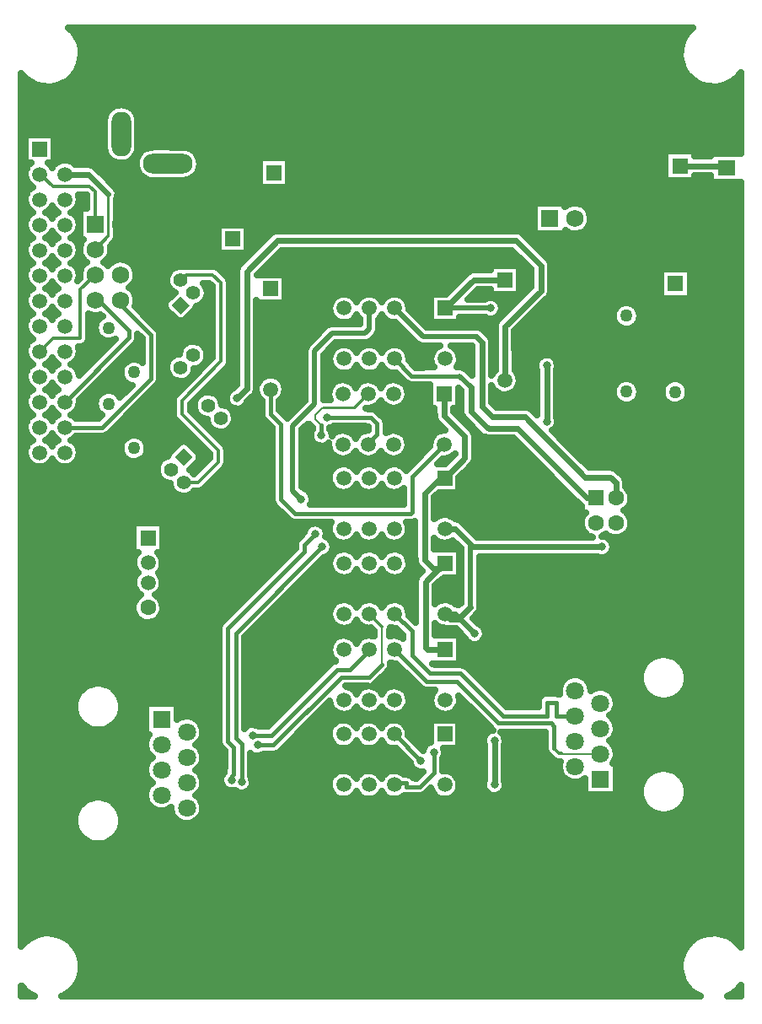
<source format=gbr>
G04 DipTrace 2.4.0.2*
%INBottom.gbr*%
%MOMM*%
%ADD10C,0.254*%
%ADD14C,0.4*%
%ADD15C,0.178*%
%ADD16C,0.356*%
%ADD17C,0.203*%
%ADD18C,0.305*%
%ADD19C,0.5*%
%ADD20C,0.6*%
%ADD24C,0.35*%
%ADD25C,0.559*%
%ADD26C,0.279*%
%ADD27C,0.3*%
%ADD31C,0.635*%
%ADD35R,1.6X1.6*%
%ADD36C,1.6*%
%ADD37R,1.8X1.6*%
%ADD38R,1.5X1.5*%
%ADD39C,1.5*%
%ADD40C,1.27*%
%ADD41R,1.27X1.27*%
%ADD42R,1.8X1.8*%
%ADD43C,1.8*%
%ADD44C,3.0*%
%ADD45C,1.6*%
%ADD46C,3.5*%
%ADD47O,4.5X2.0*%
%ADD48O,5.0X2.0*%
%ADD49O,2.0X4.5*%
%ADD50R,1.75X1.75*%
%ADD51C,1.75*%
%ADD52C,1.4*%
%ADD53C,1.27*%
%ADD54C,0.8*%
%FSLAX53Y53*%
G04*
G71*
G90*
G75*
G01*
%LNBottom*%
%LPD*%
X24100Y27100D2*
D14*
X26000D1*
X32600Y33700D1*
X33900D1*
X35900Y35700D1*
X35830D1*
X24600Y26100D2*
X26200D1*
X33000Y32900D1*
X35800D1*
X37100Y34200D1*
D15*
Y38000D1*
D16*
X35830Y39270D1*
X22000Y22600D2*
D14*
Y23000D1*
X22200Y23200D1*
Y25900D1*
X21600Y26500D1*
Y37800D1*
X29300Y45500D1*
Y46200D1*
X30400Y47300D1*
X23000Y22400D2*
Y26200D1*
X22400Y26800D1*
Y37300D1*
X31100Y46000D1*
X31000Y57200D2*
Y58200D1*
D17*
X30400Y58800D1*
Y59200D1*
X31200Y60000D1*
D10*
X34380D1*
D18*
X35730Y61350D1*
X35800Y56200D2*
D14*
X35730Y56270D1*
X31600Y59000D2*
X36000D1*
X36600Y58400D1*
Y57300D1*
X35570Y56270D1*
X35730D1*
X29000Y50800D2*
D19*
X28150Y51650D1*
Y58150D1*
X30300Y60300D1*
Y65650D1*
X32100Y67450D1*
X35400D1*
X35800Y67850D1*
Y69920D1*
X35830Y69950D1*
X58600Y50900D2*
D20*
X57700D1*
X50700Y57900D1*
X47800D1*
X47750Y57950D1*
X47650D1*
X46050Y59550D1*
Y62000D1*
D19*
X44900Y63150D1*
D14*
X40090D1*
X38370Y64870D1*
X60600Y50900D2*
D20*
Y52450D1*
X60050Y53000D1*
X57500D1*
X51450Y59050D1*
X48200D1*
X47150Y60100D1*
Y66550D1*
X46600Y67100D1*
D19*
X41220D1*
X38370Y69950D1*
X67050Y86790D2*
D20*
X71640D1*
X71700Y86850D1*
X66570Y69880D2*
X69980D1*
X72600Y72500D1*
Y79550D1*
X71250Y80900D1*
X65350D1*
X64550Y81700D1*
Y86350D1*
X64850Y86650D1*
X66910D1*
X67050Y86790D1*
X5240Y85950D2*
Y88990D1*
X10500Y94250D1*
X14750D1*
X15600Y93400D1*
Y90450D1*
X26250Y86090D2*
X23010D1*
X22100Y87000D1*
Y90050D1*
X21700Y90450D1*
X15600D1*
X66570Y69880D2*
Y64110D1*
X66550Y64090D1*
X69210D1*
X72300Y61000D1*
Y55900D1*
X71750Y55350D1*
X63630D1*
X63310Y55670D1*
X63980D1*
X68800Y50850D1*
Y44300D1*
X68150Y43650D1*
X63330D1*
X63310Y43630D1*
Y40030D1*
X68450Y34890D1*
Y19400D1*
Y10600D1*
X60000Y2150D1*
X12100D1*
X9550Y4700D1*
Y12510D1*
X5550Y16510D1*
X1960D1*
X1150Y15700D1*
Y28800D1*
X2200Y29850D1*
X3400D1*
X5550Y32000D1*
X6060D1*
X10890Y36830D1*
X3420D1*
X1100Y39150D1*
Y47700D1*
X3400Y50000D1*
X10860D1*
X10890Y49970D1*
X10840Y78400D2*
X12180D1*
X12513Y78733D1*
Y79837D1*
X6400Y85950D1*
X5240D1*
X10840Y75860D2*
D14*
Y78400D1*
X2700Y83410D2*
D24*
X2840D1*
X4050Y82200D1*
X7750D1*
X8300Y81650D1*
Y78400D1*
X5240Y83410D2*
D25*
X7640D1*
X9600Y81450D1*
D26*
Y77160D1*
D27*
X8300Y75860D1*
X2700Y65630D2*
X2730D1*
X4050Y66950D1*
X6800D1*
Y71820D1*
X8300Y73320D1*
X10840Y70780D2*
D14*
Y70360D1*
X13900Y67300D1*
Y62900D1*
X9000Y58000D1*
X5250D1*
X5240Y58010D1*
X8300Y70780D2*
X8620D1*
X11700Y67700D1*
Y67010D1*
X5240Y60550D1*
X43400Y47820D2*
D20*
X44430D1*
X45950Y46300D1*
D19*
Y39950D1*
D20*
X44750Y38750D1*
X43970D1*
X43450Y39270D1*
X59200Y46000D2*
X46250D1*
X45950Y46300D1*
X43450Y39270D2*
X44430D1*
X46400Y37300D1*
X48400Y22120D2*
Y26550D1*
X22560Y60930D2*
X23500Y61870D1*
Y73650D1*
X26600Y76750D1*
X50550D1*
X53050Y74250D1*
Y71700D1*
X49450Y68100D1*
Y62700D1*
X25900Y61800D2*
D14*
Y59350D1*
X26950Y58300D1*
Y50750D1*
X28350Y49350D1*
X40000D1*
X40150Y49500D1*
Y53070D1*
X43350Y56270D1*
X41020Y24500D2*
X38320Y27200D1*
X42300Y25400D2*
Y23300D1*
X40900Y21900D1*
X39566D1*
Y22300D1*
X38400D1*
X38220Y22120D1*
X38320D1*
X59050Y25240D2*
D15*
X55040D1*
X55100Y25300D1*
D16*
X54900D1*
X54400Y25800D1*
D14*
Y28000D1*
X54100Y28300D1*
X48800D1*
X44600Y32500D1*
X41570D1*
X38370Y35700D1*
X56510Y29050D2*
X54600D1*
Y30400D1*
X53685D1*
Y29050D1*
X49250D1*
X45000Y33300D1*
X41900D1*
X40100Y35100D1*
Y37540D1*
X38370Y39270D1*
X67050Y84250D2*
D20*
X71500D1*
X71700Y84050D1*
X49450Y72800D2*
X46300D1*
X43450Y69950D1*
X43350Y61350D2*
Y59150D1*
X45400Y57100D1*
Y54900D1*
X43400Y52900D1*
X43450Y69950D2*
D19*
X48000D1*
X53650Y64200D2*
D20*
Y58600D1*
X43400Y52900D2*
X42900D1*
X41400Y51400D1*
Y44650D1*
X42250Y43800D1*
X42900D1*
X43450Y44350D1*
X43300D1*
X41450Y42500D1*
Y35900D1*
X41650Y35700D1*
X43450D1*
X17177Y52483D2*
D16*
X18590D1*
X20647Y54540D1*
Y55690D1*
X16993Y59343D1*
Y60683D1*
X20933Y64623D1*
Y72500D1*
X20110Y73323D1*
X17410D1*
X16877Y72790D1*
D54*
X24100Y27100D3*
X24600Y26100D3*
X22000Y22600D3*
X30400Y47300D3*
X23000Y22400D3*
X31100Y46000D3*
X31000Y57200D3*
X31600Y59000D3*
X29000Y50800D3*
X59200Y46000D3*
X46400Y37300D3*
X48400Y22120D3*
Y26550D3*
X22560Y60930D3*
X41020Y24500D3*
X42300Y25400D3*
X48000Y69950D3*
X53650Y64200D3*
Y58600D3*
X6283Y97492D2*
D31*
X67691D1*
X6650Y96860D2*
X67314D1*
X6858Y96229D2*
X67106D1*
X6938Y95597D2*
X67026D1*
X6898Y94965D2*
X67066D1*
X6729Y94334D2*
X67235D1*
X6412Y93702D2*
X67552D1*
X940Y93070D2*
X1234D1*
X5876D2*
X68078D1*
X72730D2*
X73062D1*
X940Y92439D2*
X2217D1*
X4894D2*
X69060D1*
X71757D2*
X73059D1*
X940Y91807D2*
X73059D1*
X940Y91175D2*
X73059D1*
X940Y90544D2*
X73059D1*
X940Y89912D2*
X9688D1*
X12117D2*
X73059D1*
X940Y89280D2*
X9271D1*
X12533D2*
X73059D1*
X940Y88649D2*
X9162D1*
X12633D2*
X73059D1*
X940Y88017D2*
X9162D1*
X12633D2*
X73059D1*
X940Y87385D2*
X9162D1*
X12633D2*
X73059D1*
X940Y86754D2*
X1215D1*
X4189D2*
X9162D1*
X12633D2*
X73059D1*
X940Y86122D2*
X1215D1*
X4189D2*
X9162D1*
X12633D2*
X13994D1*
X17207D2*
X73059D1*
X940Y85490D2*
X1215D1*
X4189D2*
X9321D1*
X12474D2*
X12720D1*
X18477D2*
X65518D1*
X68582D2*
X70063D1*
X940Y84859D2*
X1215D1*
X4189D2*
X9837D1*
X11958D2*
X12416D1*
X18784D2*
X24710D1*
X27783D2*
X65518D1*
X940Y84227D2*
X1473D1*
X8188D2*
X12377D1*
X18824D2*
X24710D1*
X27783D2*
X65518D1*
X940Y83595D2*
X1225D1*
X8862D2*
X12595D1*
X18606D2*
X24710D1*
X27783D2*
X65518D1*
X940Y82964D2*
X1284D1*
X9497D2*
X13270D1*
X17931D2*
X24710D1*
X27783D2*
X65518D1*
X68582D2*
X70063D1*
X940Y82332D2*
X1711D1*
X10132D2*
X24710D1*
X27783D2*
X73059D1*
X940Y81700D2*
X1483D1*
X10579D2*
X73059D1*
X940Y81069D2*
X1225D1*
X6709D2*
X7386D1*
X10539D2*
X73059D1*
X940Y80437D2*
X1284D1*
X6660D2*
X7386D1*
X10480D2*
X52342D1*
X55565D2*
X55990D1*
X56983D2*
X73059D1*
X940Y79805D2*
X1691D1*
X3703D2*
X4231D1*
X6243D2*
X6692D1*
X10480D2*
X52342D1*
X57847D2*
X73059D1*
X940Y79174D2*
X1492D1*
X6451D2*
X6691D1*
X10480D2*
X52342D1*
X58085D2*
X73059D1*
X940Y78542D2*
X1234D1*
X10480D2*
X52342D1*
X58045D2*
X73059D1*
X940Y77910D2*
X1274D1*
X10480D2*
X20612D1*
X23586D2*
X52342D1*
X57698D2*
X73059D1*
X940Y77279D2*
X1681D1*
X3723D2*
X4221D1*
X6263D2*
X6692D1*
X10480D2*
X20612D1*
X23586D2*
X25692D1*
X51457D2*
X73059D1*
X940Y76647D2*
X1502D1*
X6441D2*
X6900D1*
X10311D2*
X20612D1*
X23586D2*
X25057D1*
X52092D2*
X73059D1*
X940Y76015D2*
X1234D1*
X9904D2*
X20612D1*
X23586D2*
X24422D1*
X52727D2*
X73059D1*
X940Y75384D2*
X1274D1*
X9835D2*
X23797D1*
X26672D2*
X50477D1*
X53352D2*
X73059D1*
X940Y74752D2*
X1661D1*
X3733D2*
X4201D1*
X6273D2*
X7158D1*
X9448D2*
X10194D1*
X11492D2*
X23162D1*
X26037D2*
X51112D1*
X53947D2*
X73059D1*
X940Y74120D2*
X1512D1*
X6432D2*
X6910D1*
X12226D2*
X16474D1*
X20471D2*
X22586D1*
X25412D2*
X47966D1*
X50931D2*
X51737D1*
X54086D2*
X73059D1*
X940Y73489D2*
X1234D1*
X12444D2*
X15631D1*
X21215D2*
X22467D1*
X24777D2*
X45546D1*
X50931D2*
X52015D1*
X54086D2*
X65032D1*
X68106D2*
X73059D1*
X940Y72857D2*
X1274D1*
X12385D2*
X15443D1*
X21771D2*
X22467D1*
X27387D2*
X44921D1*
X50931D2*
X52015D1*
X54086D2*
X65032D1*
X68106D2*
X73059D1*
X940Y72225D2*
X1651D1*
X3753D2*
X4191D1*
X11998D2*
X15562D1*
X19390D2*
X19937D1*
X21850D2*
X22467D1*
X27387D2*
X44285D1*
X50931D2*
X52015D1*
X54086D2*
X65032D1*
X68106D2*
X73059D1*
X940Y71594D2*
X1522D1*
X12216D2*
X16137D1*
X19578D2*
X20017D1*
X21850D2*
X22467D1*
X27387D2*
X43651D1*
X46536D2*
X47966D1*
X50931D2*
X51509D1*
X54076D2*
X65032D1*
X68106D2*
X73059D1*
X940Y70962D2*
X1234D1*
X12444D2*
X15671D1*
X19469D2*
X20017D1*
X21850D2*
X22467D1*
X27387D2*
X32230D1*
X34352D2*
X34759D1*
X36892D2*
X37299D1*
X39432D2*
X41964D1*
X45901D2*
X47580D1*
X48421D2*
X50874D1*
X53749D2*
X65032D1*
X68106D2*
X73059D1*
X940Y70330D2*
X1264D1*
X12385D2*
X15244D1*
X18893D2*
X20017D1*
X21850D2*
X22467D1*
X24539D2*
X31853D1*
X39809D2*
X41964D1*
X49066D2*
X50239D1*
X53124D2*
X60924D1*
X62371D2*
X73059D1*
X940Y69699D2*
X1631D1*
X3763D2*
X4171D1*
X12801D2*
X15512D1*
X18239D2*
X20017D1*
X21850D2*
X22467D1*
X24539D2*
X31824D1*
X39987D2*
X41964D1*
X49106D2*
X49614D1*
X52489D2*
X60379D1*
X62927D2*
X73059D1*
X940Y69067D2*
X1532D1*
X3872D2*
X4069D1*
X7682D2*
X8835D1*
X13426D2*
X16147D1*
X17604D2*
X20017D1*
X21850D2*
X22467D1*
X24539D2*
X32111D1*
X40622D2*
X41964D1*
X48669D2*
X48982D1*
X51854D2*
X60289D1*
X63016D2*
X73059D1*
X940Y68435D2*
X1234D1*
X7682D2*
X8358D1*
X14061D2*
X20017D1*
X21850D2*
X22467D1*
X24539D2*
X34810D1*
X36783D2*
X38521D1*
X41257D2*
X48473D1*
X51229D2*
X60528D1*
X62778D2*
X73059D1*
X940Y67804D2*
X1264D1*
X7682D2*
X8289D1*
X14677D2*
X20017D1*
X21850D2*
X22467D1*
X24539D2*
X31089D1*
X36783D2*
X39146D1*
X47339D2*
X48413D1*
X50594D2*
X73059D1*
X940Y67172D2*
X1621D1*
X7682D2*
X8577D1*
X14835D2*
X20017D1*
X21850D2*
X22467D1*
X24539D2*
X30454D1*
X36495D2*
X39781D1*
X47965D2*
X48410D1*
X50485D2*
X73059D1*
X940Y66540D2*
X1542D1*
X7573D2*
X9936D1*
X12504D2*
X12962D1*
X14835D2*
X17526D1*
X18725D2*
X20017D1*
X21850D2*
X22467D1*
X24539D2*
X29819D1*
X35622D2*
X40416D1*
X48183D2*
X48420D1*
X50485D2*
X73059D1*
X940Y65909D2*
X1244D1*
X6699D2*
X9301D1*
X11899D2*
X12962D1*
X14835D2*
X16851D1*
X19409D2*
X20017D1*
X21850D2*
X22467D1*
X24539D2*
X29353D1*
X31931D2*
X32250D1*
X34322D2*
X34790D1*
X36862D2*
X37330D1*
X39402D2*
X42410D1*
X44482D2*
X46111D1*
X48183D2*
X48420D1*
X50485D2*
X73059D1*
X940Y65277D2*
X1254D1*
X6680D2*
X8666D1*
X11264D2*
X12962D1*
X14835D2*
X16276D1*
X19568D2*
X20017D1*
X21850D2*
X22467D1*
X24539D2*
X29313D1*
X31296D2*
X31863D1*
X39799D2*
X42023D1*
X44879D2*
X46111D1*
X48183D2*
X48420D1*
X50485D2*
X73059D1*
X940Y64645D2*
X1611D1*
X3792D2*
X4152D1*
X6332D2*
X8041D1*
X10629D2*
X11474D1*
X14835D2*
X15582D1*
X19409D2*
X19691D1*
X21850D2*
X22467D1*
X24539D2*
X29313D1*
X31286D2*
X31824D1*
X39888D2*
X41984D1*
X44918D2*
X46111D1*
X48183D2*
X48420D1*
X50485D2*
X52610D1*
X54692D2*
X73059D1*
X940Y64014D2*
X1552D1*
X3842D2*
X4093D1*
X6382D2*
X7406D1*
X10003D2*
X10928D1*
X14835D2*
X15423D1*
X18735D2*
X19063D1*
X21592D2*
X22467D1*
X24539D2*
X29313D1*
X31286D2*
X32092D1*
X45286D2*
X46111D1*
X48183D2*
X48420D1*
X50485D2*
X52531D1*
X54771D2*
X73059D1*
X940Y63382D2*
X1244D1*
X9368D2*
X10839D1*
X14835D2*
X15572D1*
X18149D2*
X18423D1*
X20957D2*
X22467D1*
X24539D2*
X29313D1*
X31286D2*
X38561D1*
X50762D2*
X52610D1*
X54682D2*
X73059D1*
X940Y62750D2*
X1254D1*
X8733D2*
X11077D1*
X14825D2*
X16246D1*
X17475D2*
X17796D1*
X20322D2*
X22467D1*
X24539D2*
X24785D1*
X27019D2*
X29313D1*
X31286D2*
X32875D1*
X33508D2*
X35415D1*
X36048D2*
X37955D1*
X38588D2*
X39196D1*
X50931D2*
X52610D1*
X54682D2*
X61004D1*
X62292D2*
X65965D1*
X67134D2*
X73059D1*
X940Y62119D2*
X1602D1*
X3802D2*
X4138D1*
X8108D2*
X11821D1*
X14419D2*
X17159D1*
X19697D2*
X22309D1*
X27347D2*
X29313D1*
X31286D2*
X31933D1*
X39531D2*
X41865D1*
X50812D2*
X52610D1*
X54682D2*
X60399D1*
X62907D2*
X65310D1*
X67788D2*
X73059D1*
X940Y61487D2*
X1562D1*
X3832D2*
X4108D1*
X7473D2*
X8894D1*
X10410D2*
X11186D1*
X13784D2*
X16534D1*
X20144D2*
X21584D1*
X27347D2*
X29313D1*
X31286D2*
X31714D1*
X39749D2*
X41865D1*
X48183D2*
X48641D1*
X50256D2*
X52610D1*
X54682D2*
X60280D1*
X63016D2*
X65181D1*
X67917D2*
X73059D1*
X940Y60855D2*
X1244D1*
X6838D2*
X8368D1*
X13149D2*
X16097D1*
X20888D2*
X21425D1*
X23924D2*
X24769D1*
X27029D2*
X29313D1*
X31286D2*
X31794D1*
X39670D2*
X41865D1*
X48183D2*
X52610D1*
X54682D2*
X60498D1*
X62798D2*
X65379D1*
X67719D2*
X73059D1*
X940Y60224D2*
X1254D1*
X6690D2*
X8289D1*
X12524D2*
X16078D1*
X17911D2*
X18191D1*
X21394D2*
X21682D1*
X23428D2*
X24968D1*
X26841D2*
X28857D1*
X36663D2*
X37340D1*
X39203D2*
X41865D1*
X48461D2*
X52610D1*
X54682D2*
X73059D1*
X940Y59592D2*
X1582D1*
X3812D2*
X4121D1*
X6352D2*
X8547D1*
X11889D2*
X16078D1*
X18010D2*
X18330D1*
X22158D2*
X24968D1*
X26960D2*
X28222D1*
X36703D2*
X42311D1*
X44383D2*
X45010D1*
X52350D2*
X52610D1*
X54682D2*
X73059D1*
X940Y58960D2*
X1582D1*
X3822D2*
X4124D1*
X6362D2*
X8666D1*
X11254D2*
X16167D1*
X18645D2*
X18955D1*
X22326D2*
X25057D1*
X37328D2*
X42331D1*
X44978D2*
X45218D1*
X54721D2*
X73059D1*
X940Y58329D2*
X1254D1*
X10629D2*
X16742D1*
X19270D2*
X19590D1*
X22197D2*
X25622D1*
X37537D2*
X42728D1*
X45613D2*
X45827D1*
X54751D2*
X73059D1*
X940Y57697D2*
X1244D1*
X9993D2*
X17377D1*
X19905D2*
X20215D1*
X21572D2*
X26009D1*
X29133D2*
X29988D1*
X32010D2*
X35663D1*
X37537D2*
X43363D1*
X46228D2*
X46459D1*
X54295D2*
X73059D1*
X940Y57065D2*
X1572D1*
X3832D2*
X4108D1*
X6372D2*
X11543D1*
X12861D2*
X18002D1*
X20540D2*
X26009D1*
X29133D2*
X29869D1*
X39511D2*
X42103D1*
X46437D2*
X47183D1*
X54870D2*
X73059D1*
X940Y56434D2*
X1592D1*
X3812D2*
X4121D1*
X6352D2*
X10938D1*
X13456D2*
X16673D1*
X17683D2*
X18637D1*
X21166D2*
X26009D1*
X29133D2*
X30186D1*
X39749D2*
X41874D1*
X46437D2*
X50725D1*
X55505D2*
X73059D1*
X940Y55802D2*
X1254D1*
X6690D2*
X10829D1*
X13565D2*
X16038D1*
X18308D2*
X19272D1*
X21552D2*
X26009D1*
X29133D2*
X31784D1*
X39680D2*
X41587D1*
X46437D2*
X51360D1*
X56140D2*
X73059D1*
X940Y55170D2*
X1244D1*
X6690D2*
X11047D1*
X13347D2*
X15562D1*
X18794D2*
X19729D1*
X21562D2*
X26009D1*
X29133D2*
X32220D1*
X34153D2*
X34761D1*
X36693D2*
X37300D1*
X39233D2*
X40952D1*
X46437D2*
X51995D1*
X56765D2*
X73059D1*
X940Y54539D2*
X1562D1*
X3842D2*
X4093D1*
X6382D2*
X14718D1*
X18606D2*
X19382D1*
X21562D2*
X26009D1*
X29133D2*
X40317D1*
X42914D2*
X43601D1*
X46367D2*
X52620D1*
X57400D2*
X73059D1*
X940Y53907D2*
X14480D1*
X17971D2*
X18747D1*
X21285D2*
X26009D1*
X29133D2*
X32171D1*
X34312D2*
X34720D1*
X36852D2*
X37260D1*
X39392D2*
X39687D1*
X45841D2*
X53255D1*
X60466D2*
X73059D1*
X940Y53275D2*
X14560D1*
X20650D2*
X26009D1*
X29133D2*
X31804D1*
X45216D2*
X53890D1*
X61210D2*
X73059D1*
X940Y52644D2*
X15036D1*
X20015D2*
X26009D1*
X29133D2*
X31774D1*
X44889D2*
X54515D1*
X61617D2*
X73059D1*
X940Y52012D2*
X15820D1*
X19390D2*
X26009D1*
X29153D2*
X32062D1*
X34411D2*
X34605D1*
X36951D2*
X37145D1*
X44889D2*
X55150D1*
X61637D2*
X73059D1*
X940Y51380D2*
X16296D1*
X18060D2*
X26009D1*
X29966D2*
X39215D1*
X42815D2*
X55785D1*
X62054D2*
X73059D1*
X940Y50749D2*
X26009D1*
X30135D2*
X39215D1*
X42438D2*
X56410D1*
X62133D2*
X73059D1*
X940Y50117D2*
X26287D1*
X42438D2*
X57055D1*
X61915D2*
X73059D1*
X940Y49485D2*
X26912D1*
X42438D2*
X57065D1*
X61657D2*
X73059D1*
X940Y48854D2*
X27547D1*
X44442D2*
X57134D1*
X62063D2*
X73059D1*
X940Y48222D2*
X12059D1*
X15133D2*
X29790D1*
X31008D2*
X31814D1*
X39749D2*
X40366D1*
X45464D2*
X57075D1*
X62123D2*
X73059D1*
X940Y47590D2*
X12059D1*
X15133D2*
X29303D1*
X31494D2*
X31779D1*
X39789D2*
X40366D1*
X46099D2*
X57303D1*
X61895D2*
X73059D1*
X940Y46959D2*
X12059D1*
X15133D2*
X28758D1*
X31643D2*
X32042D1*
X39511D2*
X40366D1*
X59742D2*
X60230D1*
X60962D2*
X73059D1*
X940Y46327D2*
X12059D1*
X15133D2*
X28371D1*
X32189D2*
X40366D1*
X42438D2*
X44484D1*
X60288D2*
X73059D1*
X940Y45695D2*
X12059D1*
X15133D2*
X28202D1*
X32189D2*
X32766D1*
X33816D2*
X35306D1*
X36356D2*
X37846D1*
X38896D2*
X40366D1*
X60288D2*
X73059D1*
X940Y45064D2*
X12278D1*
X14925D2*
X27567D1*
X31683D2*
X31992D1*
X39660D2*
X40366D1*
X59791D2*
X73059D1*
X940Y44432D2*
X12119D1*
X15083D2*
X26932D1*
X30829D2*
X31804D1*
X39858D2*
X40386D1*
X46933D2*
X73059D1*
X940Y43800D2*
X12248D1*
X14954D2*
X26307D1*
X30194D2*
X31913D1*
X39749D2*
X40813D1*
X46933D2*
X73059D1*
X940Y43169D2*
X12337D1*
X14865D2*
X25672D1*
X29569D2*
X32439D1*
X34143D2*
X34979D1*
X36683D2*
X37519D1*
X39223D2*
X40684D1*
X46933D2*
X73059D1*
X940Y42537D2*
X12119D1*
X15083D2*
X25037D1*
X28934D2*
X40416D1*
X42924D2*
X44960D1*
X46933D2*
X73059D1*
X940Y41905D2*
X12198D1*
X14994D2*
X24412D1*
X28299D2*
X40416D1*
X42488D2*
X44960D1*
X46933D2*
X73059D1*
X940Y41274D2*
X12664D1*
X14528D2*
X23777D1*
X27674D2*
X40416D1*
X42488D2*
X44960D1*
X46933D2*
X73059D1*
X940Y40642D2*
X12268D1*
X14935D2*
X23142D1*
X27039D2*
X32855D1*
X33727D2*
X35395D1*
X36267D2*
X37935D1*
X38807D2*
X40416D1*
X42488D2*
X43016D1*
X43887D2*
X44960D1*
X46933D2*
X73059D1*
X940Y40010D2*
X12069D1*
X15133D2*
X22517D1*
X26404D2*
X32012D1*
X39650D2*
X40416D1*
X46982D2*
X73059D1*
X940Y39379D2*
X12158D1*
X15044D2*
X21882D1*
X25779D2*
X31804D1*
X39848D2*
X40416D1*
X46804D2*
X73059D1*
X940Y38747D2*
X12625D1*
X14577D2*
X21247D1*
X25144D2*
X31903D1*
X40186D2*
X40411D1*
X46387D2*
X73059D1*
X940Y38115D2*
X20721D1*
X24509D2*
X32399D1*
X34183D2*
X34939D1*
X47161D2*
X73059D1*
X940Y37484D2*
X20662D1*
X23884D2*
X36279D1*
X37924D2*
X38858D1*
X42488D2*
X44782D1*
X47518D2*
X73059D1*
X940Y36852D2*
X20662D1*
X23338D2*
X32389D1*
X34193D2*
X34929D1*
X44938D2*
X45357D1*
X47439D2*
X73059D1*
X940Y36220D2*
X20662D1*
X23338D2*
X31903D1*
X44938D2*
X73059D1*
X940Y35589D2*
X20662D1*
X23338D2*
X31804D1*
X44938D2*
X73059D1*
X940Y34957D2*
X20662D1*
X23338D2*
X32012D1*
X44938D2*
X64348D1*
X66459D2*
X73059D1*
X940Y34325D2*
X20662D1*
X23338D2*
X31933D1*
X44938D2*
X63534D1*
X67263D2*
X73059D1*
X940Y33694D2*
X20662D1*
X23338D2*
X31298D1*
X37874D2*
X39077D1*
X45901D2*
X63167D1*
X67630D2*
X73059D1*
X940Y33062D2*
X20662D1*
X23338D2*
X30663D1*
X37259D2*
X39712D1*
X46536D2*
X55894D1*
X57122D2*
X63028D1*
X67778D2*
X73059D1*
X940Y32430D2*
X20662D1*
X23338D2*
X30038D1*
X36624D2*
X40346D1*
X47171D2*
X55120D1*
X57906D2*
X63058D1*
X67749D2*
X73059D1*
X940Y31799D2*
X7108D1*
X10093D2*
X20662D1*
X23338D2*
X29403D1*
X34153D2*
X34969D1*
X36693D2*
X37509D1*
X39233D2*
X40991D1*
X47796D2*
X54892D1*
X58134D2*
X58459D1*
X59653D2*
X63276D1*
X67530D2*
X73059D1*
X940Y31167D2*
X6553D1*
X10648D2*
X20662D1*
X23338D2*
X28768D1*
X39749D2*
X42073D1*
X48431D2*
X53205D1*
X60436D2*
X63752D1*
X67054D2*
X73059D1*
X940Y30535D2*
X6285D1*
X10916D2*
X20662D1*
X23338D2*
X28143D1*
X39858D2*
X41964D1*
X44938D2*
X45268D1*
X49066D2*
X52759D1*
X60674D2*
X73059D1*
X940Y29904D2*
X6215D1*
X10986D2*
X13309D1*
X16582D2*
X20662D1*
X23338D2*
X27508D1*
X31306D2*
X32002D1*
X39660D2*
X42162D1*
X44740D2*
X45903D1*
X60635D2*
X73059D1*
X940Y29272D2*
X6324D1*
X10877D2*
X13309D1*
X16582D2*
X20662D1*
X23338D2*
X26873D1*
X30671D2*
X32776D1*
X33806D2*
X35316D1*
X36346D2*
X37856D1*
X38886D2*
X42936D1*
X43966D2*
X46528D1*
X60288D2*
X73059D1*
X940Y28640D2*
X6632D1*
X10569D2*
X13309D1*
X18556D2*
X20662D1*
X23338D2*
X26248D1*
X30036D2*
X47163D1*
X60426D2*
X73059D1*
X940Y28009D2*
X7297D1*
X9904D2*
X13309D1*
X19012D2*
X20662D1*
X24737D2*
X25613D1*
X29411D2*
X32002D1*
X39551D2*
X41914D1*
X44889D2*
X47798D1*
X60665D2*
X73059D1*
X940Y27377D2*
X13309D1*
X19122D2*
X20662D1*
X28776D2*
X31764D1*
X39799D2*
X41914D1*
X44889D2*
X47649D1*
X49145D2*
X53463D1*
X60635D2*
X73059D1*
X940Y26745D2*
X13428D1*
X18973D2*
X20662D1*
X28141D2*
X31824D1*
X40077D2*
X41914D1*
X44889D2*
X47282D1*
X49522D2*
X53463D1*
X60297D2*
X73059D1*
X940Y26114D2*
X13319D1*
X18536D2*
X20751D1*
X27516D2*
X32260D1*
X34223D2*
X34800D1*
X36763D2*
X37340D1*
X40702D2*
X41438D1*
X44889D2*
X47361D1*
X49443D2*
X53463D1*
X60416D2*
X73059D1*
X940Y25482D2*
X13468D1*
X19012D2*
X21267D1*
X26881D2*
X38739D1*
X43430D2*
X47361D1*
X49433D2*
X53523D1*
X60665D2*
X73059D1*
X940Y24850D2*
X13905D1*
X19122D2*
X21267D1*
X23934D2*
X39374D1*
X43281D2*
X47361D1*
X49433D2*
X54088D1*
X60635D2*
X73059D1*
X940Y24219D2*
X13428D1*
X18973D2*
X21267D1*
X23934D2*
X39920D1*
X43232D2*
X47361D1*
X49433D2*
X54892D1*
X60684D2*
X73059D1*
X940Y23587D2*
X13309D1*
X18526D2*
X21267D1*
X23934D2*
X40396D1*
X43232D2*
X47361D1*
X49433D2*
X54922D1*
X60684D2*
X64477D1*
X66320D2*
X73059D1*
X940Y22955D2*
X13458D1*
X19003D2*
X20929D1*
X23983D2*
X32022D1*
X40206D2*
X40654D1*
X44611D2*
X47361D1*
X49433D2*
X55249D1*
X60684D2*
X63584D1*
X67213D2*
X73059D1*
X940Y22324D2*
X13925D1*
X19122D2*
X20900D1*
X24132D2*
X31764D1*
X44869D2*
X47282D1*
X49512D2*
X57412D1*
X60684D2*
X63197D1*
X67610D2*
X73059D1*
X940Y21692D2*
X13438D1*
X18983D2*
X21366D1*
X23864D2*
X31824D1*
X44819D2*
X47351D1*
X49443D2*
X57412D1*
X60684D2*
X63028D1*
X67769D2*
X73059D1*
X940Y21060D2*
X13309D1*
X18506D2*
X32230D1*
X34252D2*
X34770D1*
X36792D2*
X37310D1*
X41198D2*
X42390D1*
X44413D2*
X48175D1*
X48637D2*
X63048D1*
X67759D2*
X73059D1*
X940Y20429D2*
X7188D1*
X10013D2*
X13458D1*
X19003D2*
X63246D1*
X67560D2*
X73059D1*
X940Y19797D2*
X6582D1*
X10619D2*
X13974D1*
X19122D2*
X63693D1*
X67114D2*
X73059D1*
X940Y19165D2*
X6305D1*
X10896D2*
X15988D1*
X18993D2*
X64834D1*
X65973D2*
X73059D1*
X940Y18534D2*
X6215D1*
X10986D2*
X16504D1*
X18477D2*
X73059D1*
X940Y17902D2*
X6305D1*
X10896D2*
X73059D1*
X940Y17270D2*
X6592D1*
X10609D2*
X73059D1*
X940Y16639D2*
X7207D1*
X9993D2*
X73059D1*
X940Y16007D2*
X73059D1*
X940Y15375D2*
X73059D1*
X940Y14744D2*
X73059D1*
X940Y14112D2*
X73059D1*
X940Y13480D2*
X73059D1*
X940Y12849D2*
X73059D1*
X940Y12217D2*
X73059D1*
X940Y11585D2*
X73059D1*
X940Y10954D2*
X73059D1*
X940Y10322D2*
X73059D1*
X940Y9690D2*
X73059D1*
X940Y9059D2*
X73059D1*
X940Y8427D2*
X73059D1*
X940Y7795D2*
X73059D1*
X940Y7164D2*
X2832D1*
X4288D2*
X69686D1*
X71112D2*
X73059D1*
X940Y6532D2*
X1463D1*
X5658D2*
X68306D1*
X72501D2*
X73059D1*
X6283Y5900D2*
X67681D1*
X6650Y5269D2*
X67304D1*
X6868Y4637D2*
X67096D1*
X6948Y4005D2*
X67016D1*
X6898Y3374D2*
X67056D1*
X6729Y2742D2*
X67225D1*
X6412Y2110D2*
X67542D1*
X940Y1479D2*
X1234D1*
X5886D2*
X68068D1*
X72730D2*
X73062D1*
X25095Y85023D2*
X27723D1*
Y82077D1*
X24777D1*
Y85023D1*
X25095D1*
X65415Y73893D2*
X68043D1*
Y70947D1*
X65097D1*
Y73893D1*
X65415D1*
X65895Y85723D2*
X68523D1*
Y85217D1*
X70136Y85223D1*
X70127Y85523D1*
X73120D1*
X73124Y93596D1*
X72803Y93200D1*
X72322Y92787D1*
X71771Y92473D1*
X71171Y92268D1*
X70543Y92182D1*
X69910Y92217D1*
X69295Y92371D1*
X68720Y92639D1*
X68207Y93012D1*
X67775Y93475D1*
X67438Y94012D1*
X67209Y94604D1*
X67097Y95228D1*
X67106Y95862D1*
X67234Y96482D1*
X67479Y97067D1*
X67830Y97595D1*
X68275Y98047D1*
X68361Y98124D1*
X5605D1*
X6014Y97737D1*
X6394Y97230D1*
X6670Y96659D1*
X6833Y96046D1*
X6878Y95503D1*
X6817Y94872D1*
X6638Y94264D1*
X6346Y93701D1*
X5953Y93204D1*
X5472Y92790D1*
X4921Y92476D1*
X4321Y92272D1*
X3693Y92185D1*
X3060Y92220D1*
X2445Y92374D1*
X1870Y92642D1*
X1357Y93015D1*
X925Y93478D1*
X874Y93552D1*
X876Y5860D1*
X1195Y6242D1*
X1682Y6649D1*
X2236Y6956D1*
X2839Y7152D1*
X3468Y7230D1*
X4101Y7186D1*
X4714Y7024D1*
X5285Y6748D1*
X5793Y6368D1*
X6219Y5899D1*
X6549Y5358D1*
X6769Y4763D1*
X6873Y4138D1*
X6866Y3593D1*
X6745Y2970D1*
X6509Y2382D1*
X6164Y1850D1*
X5725Y1392D1*
X5207Y1027D1*
X4915Y879D1*
X69050Y876D1*
X68714Y1046D1*
X68201Y1418D1*
X67768Y1882D1*
X67431Y2419D1*
X67202Y3010D1*
X67090Y3634D1*
X67099Y4268D1*
X67228Y4889D1*
X67472Y5474D1*
X67824Y6002D1*
X68269Y6453D1*
X68792Y6812D1*
X69373Y7065D1*
X69992Y7202D1*
X70626Y7220D1*
X71251Y7117D1*
X71846Y6896D1*
X72388Y6567D1*
X72857Y6141D1*
X73120Y5806D1*
X73124Y35484D1*
Y82583D1*
X70127Y82577D1*
Y83282D1*
X68514Y83277D1*
X68523Y82777D1*
X65577D1*
Y85723D1*
X65895D1*
X20995Y78323D2*
X23523D1*
Y75477D1*
X20677D1*
Y78323D1*
X20995D1*
X67820Y61236D2*
X67707Y60940D1*
X67526Y60679D1*
X67288Y60470D1*
X67007Y60325D1*
X66699Y60251D1*
X66382Y60253D1*
X66076Y60331D1*
X65796Y60481D1*
X65562Y60693D1*
X65385Y60956D1*
X65276Y61254D1*
X65242Y61569D1*
X65285Y61882D1*
X65402Y62177D1*
X65586Y62434D1*
X65827Y62640D1*
X66110Y62782D1*
X66419Y62851D1*
X66736Y62845D1*
X67042Y62762D1*
X67319Y62608D1*
X67550Y62392D1*
X67724Y62127D1*
X67828Y61828D1*
X67858Y61550D1*
X67820Y61236D1*
X48345Y74223D2*
X50873D1*
Y71377D1*
X48027D1*
Y71824D1*
X46702Y71827D1*
X45746Y70870D1*
X47449Y70873D1*
X47710Y70983D1*
X48024Y71023D1*
X48336Y70969D1*
X48618Y70827D1*
X48847Y70608D1*
X49002Y70333D1*
X49073Y69950D1*
X49026Y69637D1*
X48890Y69351D1*
X48677Y69118D1*
X48405Y68956D1*
X48098Y68882D1*
X47782Y68900D1*
X47461Y69027D1*
X44875D1*
X44873Y68527D1*
X42027D1*
Y71373D1*
X43505D1*
X45612Y73488D1*
X45869Y73672D1*
X46181Y73764D1*
X46935Y73773D1*
X48036D1*
X48027Y74223D1*
X48345D1*
X50838Y62385D2*
X50734Y62086D1*
X50566Y61817D1*
X50343Y61592D1*
X50075Y61422D1*
X49777Y61315D1*
X49463Y61277D1*
X49147Y61310D1*
X48847Y61411D1*
X48577Y61576D1*
X48350Y61797D1*
X48178Y62063D1*
X48119Y62221D1*
X48123Y60508D1*
X48603Y60023D1*
X51450D1*
X51762Y59972D1*
X52048Y59816D1*
X52587Y59289D1*
X52678Y59198D1*
X52677Y63749D1*
X52595Y64005D1*
X52584Y64322D1*
X52666Y64627D1*
X52833Y64896D1*
X53072Y65104D1*
X53360Y65233D1*
X53674Y65273D1*
X53986Y65219D1*
X54268Y65077D1*
X54497Y64858D1*
X54652Y64583D1*
X54723Y64200D1*
X54676Y63887D1*
X54621Y63771D1*
X54623Y59051D1*
X54720Y58674D1*
X54676Y58287D1*
X54540Y58001D1*
X54327Y57768D1*
X54183Y57682D1*
X56179Y55697D1*
X57898Y53978D1*
X60050Y53973D1*
X60362Y53922D1*
X60648Y53766D1*
X61187Y53239D1*
X61288Y53138D1*
X61472Y52881D1*
X61564Y52569D1*
X61573Y52004D1*
X61747Y51825D1*
X61918Y51558D1*
X62028Y51261D1*
X62073Y50900D1*
X62039Y50585D1*
X61938Y50285D1*
X61776Y50012D1*
X61558Y49782D1*
X61371Y49653D1*
X61522Y49548D1*
X61747Y49325D1*
X61918Y49058D1*
X62028Y48761D1*
X62073Y48400D1*
X62039Y48085D1*
X61938Y47785D1*
X61776Y47512D1*
X61558Y47282D1*
X61297Y47102D1*
X61003Y46983D1*
X60691Y46930D1*
X60375Y46944D1*
X60068Y47026D1*
X59787Y47172D1*
X59612Y47317D1*
X59297Y47102D1*
X59214Y47069D1*
X59536Y47019D1*
X59818Y46877D1*
X60047Y46658D1*
X60202Y46383D1*
X60273Y46000D1*
X60226Y45687D1*
X60090Y45401D1*
X59877Y45168D1*
X59605Y45006D1*
X59298Y44932D1*
X58982Y44950D1*
X58768Y45028D1*
X46867Y45027D1*
X46873Y40258D1*
X46920Y40020D1*
X46892Y39705D1*
X46763Y39416D1*
X46413Y39038D1*
X46224Y38848D1*
X46767Y38309D1*
X47018Y38177D1*
X47247Y37958D1*
X47402Y37683D1*
X47473Y37300D1*
X47426Y36987D1*
X47290Y36701D1*
X47077Y36468D1*
X46805Y36306D1*
X46498Y36232D1*
X46182Y36250D1*
X45885Y36359D1*
X45633Y36550D1*
X45447Y36806D1*
X45412Y36909D1*
X44540Y37784D1*
X43970Y37777D1*
X43649Y37833D1*
X43716Y37812D1*
X43147Y37880D1*
X42847Y37981D1*
X42577Y38146D1*
X42428Y38291D1*
X42423Y37132D1*
X44250Y37123D1*
X44873D1*
Y34277D1*
X42151D1*
X42535Y34173D1*
X45000D1*
X45311Y34116D1*
X45617Y33917D1*
X49609Y29925D1*
X52812Y29923D1*
Y30400D1*
X52869Y30711D1*
X53033Y30980D1*
X53282Y31174D1*
X53594Y31266D1*
X54600Y31273D1*
X54919Y31211D1*
X54823Y31242D1*
X54947Y31411D1*
X54943Y31728D1*
X55003Y32040D1*
X55124Y32333D1*
X55301Y32596D1*
X55527Y32818D1*
X55793Y32990D1*
X56088Y33105D1*
X56400Y33159D1*
X56717Y33149D1*
X57026Y33076D1*
X57313Y32942D1*
X57568Y32754D1*
X57780Y32518D1*
X57940Y32245D1*
X58042Y31945D1*
X58080Y31560D1*
X58333Y31720D1*
X58628Y31836D1*
X58940Y31889D1*
X59257Y31879D1*
X59566Y31806D1*
X59853Y31673D1*
X60108Y31484D1*
X60320Y31248D1*
X60480Y30975D1*
X60582Y30675D1*
X60623Y30320D1*
X60591Y30005D1*
X60496Y29702D1*
X60343Y29425D1*
X60137Y29184D1*
X59973Y29056D1*
X60108Y28944D1*
X60320Y28709D1*
X60480Y28435D1*
X60582Y28135D1*
X60623Y27780D1*
X60591Y27465D1*
X60496Y27162D1*
X60343Y26885D1*
X60137Y26644D1*
X59973Y26516D1*
X60108Y26404D1*
X60320Y26168D1*
X60480Y25895D1*
X60582Y25595D1*
X60623Y25240D1*
X60591Y24925D1*
X60496Y24622D1*
X60285Y24277D1*
X60623Y24273D1*
Y21127D1*
X57477D1*
Y22725D1*
X57064Y22498D1*
X56757Y22417D1*
X56441Y22399D1*
X56127Y22445D1*
X55829Y22552D1*
X55559Y22718D1*
X55327Y22934D1*
X55143Y23192D1*
X55015Y23482D1*
X54947Y23792D1*
X54943Y24109D1*
X55014Y24448D1*
X54767Y24460D1*
X54515Y24542D1*
X54298Y24698D1*
X53677Y25310D1*
X53550Y25599D1*
X53527Y26117D1*
Y27437D1*
X52830Y27427D1*
X49018D1*
X49247Y27208D1*
X49402Y26933D1*
X49473Y26550D1*
X49426Y26237D1*
X49371Y26121D1*
X49373Y22571D1*
X49470Y22194D1*
X49426Y21807D1*
X49290Y21521D1*
X49077Y21288D1*
X48805Y21126D1*
X48498Y21052D1*
X48182Y21070D1*
X47885Y21179D1*
X47633Y21370D1*
X47447Y21626D1*
X47345Y21925D1*
X47334Y22242D1*
X47431Y22572D1*
X47427Y26099D1*
X47345Y26355D1*
X47334Y26672D1*
X47416Y26977D1*
X47583Y27246D1*
X47822Y27454D1*
X48110Y27583D1*
X48277Y27604D1*
X47734Y28132D1*
X44808Y31057D1*
X44873Y30620D1*
X44838Y30305D1*
X44734Y30006D1*
X44566Y29737D1*
X44343Y29512D1*
X44075Y29342D1*
X43777Y29235D1*
X43463Y29197D1*
X43147Y29230D1*
X42847Y29331D1*
X42577Y29496D1*
X42350Y29717D1*
X42178Y29983D1*
X42068Y30281D1*
X42027Y30595D1*
X42057Y30910D1*
X42156Y31211D1*
X42319Y31483D1*
X42462Y31633D1*
X41570Y31627D1*
X41259Y31684D1*
X40953Y31883D1*
X38546Y34289D1*
X38383Y34277D1*
X38067Y34310D1*
X37964Y34345D1*
X37957Y34035D1*
X37843Y33741D1*
X37493Y33358D1*
X36417Y32283D1*
X36148Y32101D1*
X36108Y32016D1*
X36410Y31919D1*
X36683Y31759D1*
X36914Y31542D1*
X37102Y31251D1*
X37239Y31483D1*
X37458Y31712D1*
X37722Y31887D1*
X38018Y31999D1*
X38332Y32042D1*
X38648Y32016D1*
X38950Y31919D1*
X39223Y31759D1*
X39454Y31542D1*
X39631Y31279D1*
X39746Y30984D1*
X39793Y30620D1*
X39758Y30305D1*
X39654Y30006D1*
X39486Y29737D1*
X39263Y29512D1*
X38995Y29342D1*
X38697Y29235D1*
X38383Y29197D1*
X38067Y29230D1*
X37767Y29331D1*
X37497Y29496D1*
X37270Y29717D1*
X37103Y29975D1*
X36946Y29737D1*
X36723Y29512D1*
X36455Y29342D1*
X36157Y29235D1*
X35843Y29197D1*
X35527Y29230D1*
X35227Y29331D1*
X34957Y29496D1*
X34730Y29717D1*
X34563Y29975D1*
X34406Y29737D1*
X34183Y29512D1*
X33915Y29342D1*
X33617Y29235D1*
X33303Y29197D1*
X32987Y29230D1*
X32687Y29331D1*
X32417Y29496D1*
X32190Y29717D1*
X32018Y29983D1*
X31908Y30281D1*
X31874Y30546D1*
X26817Y25483D1*
X26557Y25304D1*
X26200Y25227D1*
X25218D1*
X25005Y25106D1*
X24698Y25032D1*
X24382Y25049D1*
X24085Y25159D1*
X23872Y25320D1*
X23873Y23015D1*
X24002Y22783D1*
X24073Y22400D1*
X24026Y22087D1*
X23890Y21801D1*
X23677Y21568D1*
X23405Y21406D1*
X23098Y21332D1*
X22782Y21349D1*
X22485Y21459D1*
X22320Y21584D1*
X22098Y21532D1*
X21782Y21549D1*
X21485Y21659D1*
X21233Y21850D1*
X21047Y22106D1*
X20945Y22405D1*
X20934Y22722D1*
X21016Y23027D1*
X21215Y23381D1*
X21291Y23507D1*
X21327Y23835D1*
Y25532D1*
X20983Y25883D1*
X20804Y26143D1*
X20727Y26500D1*
Y37800D1*
X20784Y38111D1*
X20983Y38417D1*
X28427Y45861D1*
Y46200D1*
X28484Y46511D1*
X28683Y46817D1*
X29335Y47470D1*
X29416Y47727D1*
X29583Y47996D1*
X29822Y48204D1*
X30110Y48333D1*
X30424Y48373D1*
X30736Y48319D1*
X31018Y48177D1*
X31247Y47958D1*
X31402Y47683D1*
X31473Y47300D1*
X31436Y47019D1*
X31718Y46877D1*
X31947Y46658D1*
X32102Y46383D1*
X32173Y46000D1*
X32126Y45687D1*
X31990Y45401D1*
X31777Y45168D1*
X31505Y45006D1*
X31268Y44934D1*
X23277Y36943D1*
X23273Y27785D1*
X23522Y28004D1*
X23810Y28133D1*
X24124Y28173D1*
X24436Y28119D1*
X24735Y27973D1*
X25638D1*
X31983Y34317D1*
X32252Y34499D1*
X32406Y34550D1*
X32417Y34576D1*
X32190Y34797D1*
X32018Y35063D1*
X31908Y35361D1*
X31867Y35675D1*
X31897Y35990D1*
X31996Y36291D1*
X32159Y36563D1*
X32378Y36792D1*
X32642Y36967D1*
X32938Y37079D1*
X33252Y37122D1*
X33568Y37095D1*
X33870Y36999D1*
X34143Y36839D1*
X34374Y36622D1*
X34562Y36331D1*
X34699Y36563D1*
X34918Y36792D1*
X35182Y36967D1*
X35478Y37079D1*
X35792Y37122D1*
X36108Y37095D1*
X36344Y37020D1*
X36338Y37563D1*
X36028Y37869D1*
X35843Y37847D1*
X35527Y37880D1*
X35227Y37981D1*
X34957Y38146D1*
X34730Y38367D1*
X34563Y38625D1*
X34406Y38387D1*
X34183Y38162D1*
X33915Y37992D1*
X33617Y37885D1*
X33303Y37847D1*
X32987Y37880D1*
X32687Y37981D1*
X32417Y38146D1*
X32190Y38367D1*
X32018Y38633D1*
X31908Y38931D1*
X31867Y39245D1*
X31897Y39560D1*
X31996Y39861D1*
X32159Y40133D1*
X32378Y40362D1*
X32642Y40537D1*
X32938Y40649D1*
X33252Y40692D1*
X33568Y40666D1*
X33870Y40569D1*
X34143Y40409D1*
X34374Y40192D1*
X34562Y39901D1*
X34699Y40133D1*
X34918Y40362D1*
X35182Y40537D1*
X35478Y40649D1*
X35792Y40692D1*
X36108Y40666D1*
X36410Y40569D1*
X36683Y40409D1*
X36914Y40192D1*
X37102Y39901D1*
X37239Y40133D1*
X37458Y40362D1*
X37722Y40537D1*
X38018Y40649D1*
X38332Y40692D1*
X38648Y40666D1*
X38950Y40569D1*
X39223Y40409D1*
X39454Y40192D1*
X39631Y39929D1*
X39746Y39634D1*
X39793Y39270D1*
X39774Y39103D1*
X40482Y38393D1*
X40477Y42500D1*
X40528Y42812D1*
X40684Y43098D1*
X41120Y43546D1*
X40712Y43962D1*
X40528Y44219D1*
X40436Y44531D1*
X40427Y45285D1*
Y48589D1*
X40257Y48516D1*
X39974Y48478D1*
X39573Y48477D1*
X39696Y48184D1*
X39743Y47820D1*
X39708Y47505D1*
X39604Y47206D1*
X39436Y46937D1*
X39213Y46712D1*
X38945Y46542D1*
X38647Y46435D1*
X38333Y46397D1*
X38017Y46430D1*
X37717Y46531D1*
X37447Y46696D1*
X37220Y46917D1*
X37053Y47175D1*
X36896Y46937D1*
X36673Y46712D1*
X36405Y46542D1*
X36107Y46435D1*
X35793Y46397D1*
X35477Y46430D1*
X35177Y46531D1*
X34907Y46696D1*
X34680Y46917D1*
X34513Y47175D1*
X34356Y46937D1*
X34133Y46712D1*
X33865Y46542D1*
X33567Y46435D1*
X33253Y46397D1*
X32937Y46430D1*
X32637Y46531D1*
X32367Y46696D1*
X32140Y46917D1*
X31968Y47183D1*
X31858Y47481D1*
X31817Y47795D1*
X31847Y48110D1*
X31981Y48471D1*
X28350Y48477D1*
X28039Y48534D1*
X27733Y48733D1*
X26333Y50133D1*
X26154Y50393D1*
X26077Y50750D1*
Y57943D1*
X25283Y58733D1*
X25104Y58993D1*
X25027Y59350D1*
Y60676D1*
X24800Y60897D1*
X24628Y61163D1*
X24518Y61461D1*
X24477Y61775D1*
X24507Y62090D1*
X24606Y62391D1*
X24769Y62663D1*
X24988Y62892D1*
X25252Y63067D1*
X25548Y63179D1*
X25862Y63222D1*
X26178Y63196D1*
X26480Y63099D1*
X26753Y62939D1*
X26984Y62722D1*
X27161Y62459D1*
X27276Y62164D1*
X27323Y61800D1*
X27288Y61485D1*
X27184Y61186D1*
X27016Y60917D1*
X26768Y60676D1*
X26773Y59707D1*
X27573Y58909D1*
X27946Y59252D1*
X29371Y60676D1*
X29377Y65380D1*
Y65650D1*
X29431Y65961D1*
X29618Y66272D1*
X31447Y68103D1*
X31706Y68284D1*
X32058Y68372D1*
X34868Y68373D1*
X34877Y68892D1*
X34730Y69047D1*
X34563Y69305D1*
X34406Y69067D1*
X34183Y68842D1*
X33915Y68672D1*
X33617Y68565D1*
X33303Y68527D1*
X32987Y68560D1*
X32687Y68661D1*
X32417Y68826D1*
X32190Y69047D1*
X32018Y69313D1*
X31908Y69611D1*
X31867Y69925D1*
X31897Y70240D1*
X31996Y70541D1*
X32159Y70813D1*
X32378Y71042D1*
X32642Y71217D1*
X32938Y71329D1*
X33252Y71372D1*
X33568Y71346D1*
X33870Y71249D1*
X34143Y71089D1*
X34374Y70872D1*
X34562Y70581D1*
X34699Y70813D1*
X34918Y71042D1*
X35182Y71217D1*
X35478Y71329D1*
X35792Y71372D1*
X36108Y71346D1*
X36410Y71249D1*
X36683Y71089D1*
X36914Y70872D1*
X37102Y70581D1*
X37239Y70813D1*
X37458Y71042D1*
X37722Y71217D1*
X38018Y71329D1*
X38332Y71372D1*
X38648Y71346D1*
X38950Y71249D1*
X39223Y71089D1*
X39454Y70872D1*
X39631Y70609D1*
X39746Y70314D1*
X39793Y69950D1*
X39781Y69842D1*
X41597Y68028D1*
X46290Y68023D1*
X46530Y68070D1*
X46845Y68042D1*
X47134Y67913D1*
X47512Y67563D1*
X47838Y67238D1*
X48022Y66981D1*
X48114Y66669D1*
X48123Y65915D1*
Y63206D1*
X48319Y63563D1*
X48476Y63728D1*
X48477Y68100D1*
X48528Y68412D1*
X48684Y68698D1*
X49211Y69237D1*
X52081Y72106D1*
X52077Y73853D1*
X50152Y75772D1*
X41025Y75777D1*
X27005D1*
X24545Y73319D1*
X27323Y73323D1*
Y70477D1*
X24477D1*
X24473Y70793D1*
Y61870D1*
X24422Y61558D1*
X24266Y61272D1*
X23739Y60733D1*
X23564Y60558D1*
X23450Y60331D1*
X23237Y60098D1*
X22965Y59936D1*
X22658Y59862D1*
X22342Y59880D1*
X22045Y59989D1*
X21793Y60180D1*
X21607Y60436D1*
X21505Y60735D1*
X21494Y61052D1*
X21576Y61357D1*
X21743Y61626D1*
X21982Y61834D1*
X22171Y61919D1*
X22525Y62270D1*
X22527Y73650D1*
X22578Y73962D1*
X22734Y74248D1*
X23261Y74787D1*
X25912Y77438D1*
X26169Y77622D1*
X26481Y77714D1*
X27235Y77723D1*
X50550D1*
X50862Y77672D1*
X51148Y77516D1*
X51687Y76989D1*
X53738Y74938D1*
X53922Y74681D1*
X54014Y74369D1*
X54023Y73615D1*
Y71700D1*
X53972Y71388D1*
X53816Y71102D1*
X53289Y70563D1*
X50419Y67694D1*
X50423Y63744D1*
X50711Y63359D1*
X50826Y63064D1*
X50873Y62700D1*
X50838Y62385D1*
X67699Y21113D2*
X67635Y20803D1*
X67528Y20504D1*
X67382Y20222D1*
X67199Y19963D1*
X66982Y19732D1*
X66736Y19532D1*
X66464Y19368D1*
X66173Y19242D1*
X65867Y19157D1*
X65553Y19114D1*
X65236Y19115D1*
X64921Y19159D1*
X64616Y19245D1*
X64326Y19373D1*
X64055Y19539D1*
X63810Y19740D1*
X63594Y19972D1*
X63412Y20232D1*
X63267Y20514D1*
X63162Y20814D1*
X63099Y21125D1*
X63079Y21441D1*
X63102Y21758D1*
X63169Y22068D1*
X63276Y22366D1*
X63424Y22647D1*
X63608Y22905D1*
X63826Y23136D1*
X64074Y23335D1*
X64346Y23498D1*
X64638Y23622D1*
X64944Y23706D1*
X65258Y23746D1*
X65576Y23744D1*
X65890Y23699D1*
X66194Y23611D1*
X66484Y23482D1*
X66754Y23315D1*
X66998Y23113D1*
X67213Y22879D1*
X67394Y22618D1*
X67537Y22335D1*
X67641Y22035D1*
X67702Y21724D1*
X67721Y21430D1*
X67699Y21113D1*
Y32544D2*
X67635Y32233D1*
X67528Y31934D1*
X67382Y31652D1*
X67199Y31393D1*
X66982Y31162D1*
X66736Y30962D1*
X66464Y30798D1*
X66173Y30672D1*
X65867Y30587D1*
X65553Y30544D1*
X65236Y30545D1*
X64921Y30589D1*
X64616Y30675D1*
X64326Y30803D1*
X64055Y30969D1*
X63810Y31170D1*
X63594Y31402D1*
X63412Y31662D1*
X63267Y31944D1*
X63162Y32244D1*
X63099Y32555D1*
X63079Y32871D1*
X63102Y33188D1*
X63169Y33498D1*
X63276Y33796D1*
X63424Y34077D1*
X63608Y34335D1*
X63826Y34566D1*
X64074Y34765D1*
X64346Y34928D1*
X64638Y35052D1*
X64944Y35136D1*
X65258Y35176D1*
X65576Y35174D1*
X65890Y35129D1*
X66194Y35041D1*
X66484Y34912D1*
X66754Y34745D1*
X66998Y34543D1*
X67213Y34309D1*
X67394Y34048D1*
X67537Y33765D1*
X67641Y33465D1*
X67702Y33154D1*
X67721Y32860D1*
X67699Y32544D1*
X57543Y49427D2*
X57127D1*
Y50112D1*
X56339Y50886D1*
X50298Y56926D1*
X47800Y56927D1*
X47405Y57008D1*
X47116Y57137D1*
X46738Y57487D1*
X45362Y58862D1*
X45178Y59119D1*
X45086Y59431D1*
X45077Y60185D1*
Y61663D1*
X44773Y61972D1*
Y59927D1*
X44326D1*
X44323Y59554D1*
X46088Y57788D1*
X46272Y57531D1*
X46364Y57219D1*
X46373Y56465D1*
Y54900D1*
X46322Y54588D1*
X46166Y54302D1*
X45639Y53763D1*
X44818Y52942D1*
X44823Y51477D1*
X42848D1*
X42374Y50998D1*
X42373Y48810D1*
X42752Y49087D1*
X43048Y49199D1*
X43362Y49242D1*
X43678Y49215D1*
X43980Y49119D1*
X44253Y48959D1*
X44433Y48789D1*
X44675Y48762D1*
X44964Y48633D1*
X45342Y48283D1*
X46657Y46969D1*
X58246Y46973D1*
X58068Y47026D1*
X57787Y47172D1*
X57543Y47374D1*
X57348Y47624D1*
X57211Y47910D1*
X57138Y48218D1*
X57133Y48535D1*
X57196Y48846D1*
X57324Y49136D1*
X57548Y49424D1*
X12445Y48373D2*
X15073D1*
Y45427D1*
X14587D1*
X14861Y45059D1*
X14976Y44764D1*
X15023Y44400D1*
X14988Y44085D1*
X14884Y43786D1*
X14716Y43517D1*
X14611Y43412D1*
X14861Y43059D1*
X14976Y42764D1*
X15023Y42400D1*
X14988Y42085D1*
X14884Y41786D1*
X14716Y41517D1*
X14493Y41292D1*
X14317Y41180D1*
X14522Y41048D1*
X14747Y40825D1*
X14918Y40558D1*
X15028Y40261D1*
X15073Y39900D1*
X15039Y39585D1*
X14938Y39285D1*
X14776Y39012D1*
X14558Y38782D1*
X14297Y38602D1*
X14003Y38483D1*
X13691Y38430D1*
X13374Y38444D1*
X13068Y38526D1*
X12787Y38672D1*
X12543Y38874D1*
X12348Y39124D1*
X12211Y39410D1*
X12138Y39718D1*
X12133Y40035D1*
X12196Y40346D1*
X12324Y40636D1*
X12511Y40892D1*
X12748Y41102D1*
X12878Y41174D1*
X12727Y41276D1*
X12500Y41497D1*
X12328Y41763D1*
X12218Y42061D1*
X12177Y42375D1*
X12207Y42690D1*
X12306Y42991D1*
X12469Y43263D1*
X12599Y43399D1*
X12500Y43497D1*
X12328Y43763D1*
X12218Y44061D1*
X12177Y44375D1*
X12207Y44690D1*
X12306Y44991D1*
X12469Y45263D1*
X12626Y45428D1*
X12127Y45427D1*
Y48373D1*
X12445D1*
X14099Y82783D2*
X13871Y82793D1*
X13562Y82866D1*
X13273Y82996D1*
X13014Y83178D1*
X12793Y83406D1*
X12620Y83671D1*
X12499Y83964D1*
X12436Y84275D1*
X12433Y84592D1*
X12490Y84904D1*
X12604Y85199D1*
X12773Y85468D1*
X12988Y85700D1*
X13244Y85887D1*
X13531Y86023D1*
X13838Y86102D1*
X14417Y86123D1*
X17100Y86113D1*
X17469Y86082D1*
X17770Y85983D1*
X18047Y85829D1*
X18290Y85626D1*
X18491Y85380D1*
X18641Y85101D1*
X18736Y84799D1*
X18773Y84450D1*
X18743Y84134D1*
X18654Y83830D1*
X18509Y83548D1*
X18314Y83299D1*
X18075Y83090D1*
X17800Y82931D1*
X17501Y82826D1*
X17099Y82783D1*
X14877Y82777D1*
X14100Y82787D1*
X9235Y88693D2*
X9233Y88842D1*
X9290Y89154D1*
X9404Y89449D1*
X9572Y89718D1*
X9788Y89950D1*
X10044Y90137D1*
X10331Y90273D1*
X10638Y90352D1*
X10954Y90372D1*
X11269Y90332D1*
X11570Y90233D1*
X11847Y90079D1*
X12090Y89876D1*
X12291Y89630D1*
X12441Y89351D1*
X12536Y89049D1*
X12573Y88700D1*
X12563Y86200D1*
X12543Y85884D1*
X12454Y85580D1*
X12309Y85298D1*
X12114Y85049D1*
X11875Y84840D1*
X11600Y84681D1*
X11301Y84576D1*
X10988Y84529D1*
X10671Y84543D1*
X10362Y84616D1*
X10073Y84746D1*
X9814Y84928D1*
X9593Y85156D1*
X9420Y85421D1*
X9299Y85714D1*
X9236Y86025D1*
X9227Y86517D1*
X9237Y88700D1*
X7070Y79948D2*
X7457D1*
X7452Y81307D1*
X7115Y81352D1*
X6569D1*
X6616Y81234D1*
X6663Y80870D1*
X6628Y80555D1*
X6524Y80256D1*
X6356Y79987D1*
X6133Y79762D1*
X5874Y79597D1*
X6093Y79469D1*
X6324Y79252D1*
X6501Y78989D1*
X6616Y78694D1*
X6663Y78330D1*
X6628Y78015D1*
X6524Y77716D1*
X6356Y77447D1*
X6133Y77222D1*
X5874Y77057D1*
X6093Y76929D1*
X6324Y76712D1*
X6501Y76449D1*
X6616Y76154D1*
X6663Y75790D1*
X6628Y75475D1*
X6524Y75176D1*
X6356Y74907D1*
X6133Y74682D1*
X5874Y74517D1*
X6093Y74389D1*
X6324Y74172D1*
X6501Y73909D1*
X6616Y73614D1*
X6663Y73250D1*
X6628Y72935D1*
X6559Y72739D1*
X6786Y72970D1*
X6755Y73220D1*
X6767Y73536D1*
X6844Y73844D1*
X6981Y74130D1*
X7173Y74381D1*
X7422Y74594D1*
X7320Y74662D1*
X7097Y74886D1*
X6924Y75152D1*
X6808Y75447D1*
X6755Y75760D1*
X6767Y76076D1*
X6844Y76384D1*
X6981Y76670D1*
X7119Y76851D1*
X6752Y76852D1*
Y79948D1*
X7070D1*
X9815Y75545D2*
X9719Y75243D1*
X9564Y74966D1*
X9355Y74728D1*
X9174Y74590D1*
X9438Y74369D1*
X9562Y74203D1*
X9713Y74381D1*
X9953Y74589D1*
X10230Y74743D1*
X10533Y74837D1*
X10848Y74868D1*
X11163Y74834D1*
X11465Y74736D1*
X11740Y74579D1*
X11978Y74369D1*
X12168Y74116D1*
X12302Y73829D1*
X12375Y73520D1*
X12388Y73320D1*
X12355Y73005D1*
X12259Y72703D1*
X12104Y72426D1*
X11895Y72188D1*
X11714Y72050D1*
X11978Y71829D1*
X12168Y71576D1*
X12302Y71289D1*
X12375Y70980D1*
X12388Y70780D1*
X12355Y70465D1*
X12262Y70172D1*
X14517Y67917D1*
X14696Y67657D1*
X14773Y67300D1*
Y62900D1*
X14716Y62589D1*
X14517Y62283D1*
X9617Y57383D1*
X9357Y57204D1*
X9000Y57127D1*
X6356D1*
X6133Y56902D1*
X5874Y56737D1*
X6093Y56609D1*
X6324Y56392D1*
X6501Y56129D1*
X6616Y55834D1*
X6663Y55470D1*
X6628Y55155D1*
X6524Y54856D1*
X6356Y54587D1*
X6133Y54362D1*
X5865Y54192D1*
X5567Y54085D1*
X5253Y54047D1*
X4937Y54080D1*
X4637Y54181D1*
X4367Y54346D1*
X4140Y54567D1*
X3973Y54825D1*
X3816Y54587D1*
X3593Y54362D1*
X3325Y54192D1*
X3027Y54085D1*
X2713Y54047D1*
X2397Y54080D1*
X2097Y54181D1*
X1827Y54346D1*
X1600Y54567D1*
X1428Y54833D1*
X1318Y55131D1*
X1277Y55445D1*
X1307Y55760D1*
X1406Y56061D1*
X1569Y56333D1*
X1788Y56562D1*
X2061Y56740D1*
X1827Y56886D1*
X1600Y57107D1*
X1428Y57373D1*
X1318Y57671D1*
X1277Y57985D1*
X1307Y58300D1*
X1406Y58601D1*
X1569Y58873D1*
X1788Y59102D1*
X2061Y59280D1*
X1827Y59426D1*
X1600Y59647D1*
X1428Y59913D1*
X1318Y60211D1*
X1277Y60525D1*
X1307Y60840D1*
X1406Y61141D1*
X1569Y61413D1*
X1788Y61642D1*
X2061Y61820D1*
X1827Y61966D1*
X1600Y62187D1*
X1428Y62453D1*
X1318Y62751D1*
X1277Y63065D1*
X1307Y63380D1*
X1406Y63681D1*
X1569Y63953D1*
X1788Y64182D1*
X2061Y64360D1*
X1827Y64506D1*
X1600Y64727D1*
X1428Y64993D1*
X1318Y65291D1*
X1277Y65605D1*
X1307Y65920D1*
X1406Y66221D1*
X1569Y66493D1*
X1788Y66722D1*
X2061Y66900D1*
X1827Y67046D1*
X1600Y67267D1*
X1428Y67533D1*
X1318Y67831D1*
X1277Y68145D1*
X1307Y68460D1*
X1406Y68761D1*
X1569Y69033D1*
X1788Y69262D1*
X2061Y69440D1*
X1827Y69586D1*
X1600Y69807D1*
X1428Y70073D1*
X1318Y70371D1*
X1277Y70685D1*
X1307Y71000D1*
X1406Y71301D1*
X1569Y71573D1*
X1788Y71802D1*
X2061Y71980D1*
X1827Y72126D1*
X1600Y72347D1*
X1428Y72613D1*
X1318Y72911D1*
X1277Y73225D1*
X1307Y73540D1*
X1406Y73841D1*
X1569Y74113D1*
X1788Y74342D1*
X2061Y74520D1*
X1827Y74666D1*
X1600Y74887D1*
X1428Y75153D1*
X1318Y75451D1*
X1277Y75765D1*
X1307Y76080D1*
X1406Y76381D1*
X1569Y76653D1*
X1788Y76882D1*
X2061Y77060D1*
X1827Y77206D1*
X1600Y77427D1*
X1428Y77693D1*
X1318Y77991D1*
X1277Y78305D1*
X1307Y78620D1*
X1406Y78921D1*
X1569Y79193D1*
X1788Y79422D1*
X2061Y79600D1*
X1827Y79746D1*
X1600Y79967D1*
X1428Y80233D1*
X1318Y80531D1*
X1277Y80845D1*
X1307Y81160D1*
X1406Y81461D1*
X1569Y81733D1*
X1788Y81962D1*
X2061Y82140D1*
X1827Y82286D1*
X1600Y82507D1*
X1428Y82773D1*
X1318Y83071D1*
X1277Y83385D1*
X1307Y83700D1*
X1406Y84001D1*
X1569Y84273D1*
X1829Y84529D1*
X1277Y84527D1*
Y87373D1*
X4123D1*
Y84527D1*
X3577D1*
X3784Y84332D1*
X3972Y84041D1*
X4109Y84273D1*
X4328Y84502D1*
X4592Y84677D1*
X4888Y84789D1*
X5202Y84832D1*
X5518Y84805D1*
X5820Y84709D1*
X6093Y84549D1*
X6288Y84366D1*
X7640Y84362D1*
X7952Y84310D1*
X8212Y84171D1*
X9211Y83185D1*
X10273Y82123D1*
X10457Y81866D1*
X10546Y81563D1*
X10530Y81247D1*
X10406Y80946D1*
X10413Y77640D1*
X10422Y77194D1*
X10375Y76882D1*
X10182Y76578D1*
X9810Y76206D1*
X9848Y75860D1*
X9815Y75545D1*
X8843Y69334D2*
X8508Y69246D1*
X8192Y69236D1*
X7879Y69290D1*
X7631Y69389D1*
X7623Y67692D1*
Y66950D1*
X7562Y66640D1*
X7390Y66376D1*
X7131Y66196D1*
X6800Y66127D1*
X6572D1*
X6616Y65994D1*
X6663Y65630D1*
X6628Y65315D1*
X6524Y65016D1*
X6356Y64747D1*
X6133Y64522D1*
X5874Y64357D1*
X6093Y64229D1*
X6324Y64012D1*
X6501Y63749D1*
X6616Y63454D1*
X6655Y63189D1*
X9562Y66106D1*
X10355Y66899D1*
X10107Y66775D1*
X9799Y66701D1*
X9482Y66703D1*
X9176Y66781D1*
X8896Y66931D1*
X8662Y67143D1*
X8485Y67406D1*
X8376Y67704D1*
X8342Y68019D1*
X8385Y68332D1*
X8502Y68627D1*
X8686Y68884D1*
X8927Y69090D1*
X9025Y69139D1*
X8831Y69335D1*
X52720Y80498D2*
X55498D1*
Y80131D1*
X55603Y80219D1*
X55880Y80373D1*
X56183Y80467D1*
X56498Y80498D1*
X56813Y80464D1*
X57115Y80366D1*
X57390Y80209D1*
X57628Y79999D1*
X57818Y79746D1*
X57952Y79459D1*
X58025Y79150D1*
X58038Y78950D1*
X58005Y78635D1*
X57909Y78333D1*
X57754Y78056D1*
X57545Y77818D1*
X57293Y77627D1*
X57006Y77491D1*
X56698Y77416D1*
X56382Y77406D1*
X56069Y77460D1*
X55775Y77577D1*
X55503Y77759D1*
X55498Y77402D1*
X52402D1*
Y80498D1*
X52720D1*
X13695Y30273D2*
X16523D1*
Y28675D1*
X16773Y28830D1*
X17068Y28945D1*
X17380Y28999D1*
X17697Y28989D1*
X18006Y28916D1*
X18293Y28782D1*
X18548Y28594D1*
X18760Y28358D1*
X18920Y28084D1*
X19022Y27784D1*
X19063Y27430D1*
X19031Y27114D1*
X18936Y26812D1*
X18783Y26534D1*
X18577Y26293D1*
X18413Y26165D1*
X18548Y26054D1*
X18760Y25818D1*
X18920Y25544D1*
X19022Y25244D1*
X19063Y24890D1*
X19031Y24574D1*
X18936Y24272D1*
X18783Y23994D1*
X18577Y23753D1*
X18413Y23625D1*
X18548Y23514D1*
X18760Y23278D1*
X18920Y23004D1*
X19022Y22704D1*
X19063Y22350D1*
X19031Y22034D1*
X18936Y21732D1*
X18783Y21454D1*
X18577Y21213D1*
X18413Y21085D1*
X18548Y20974D1*
X18760Y20738D1*
X18920Y20465D1*
X19022Y20165D1*
X19063Y19810D1*
X19031Y19495D1*
X18936Y19192D1*
X18783Y18915D1*
X18577Y18674D1*
X18328Y18479D1*
X18044Y18338D1*
X17737Y18257D1*
X17421Y18239D1*
X17107Y18284D1*
X16809Y18392D1*
X16539Y18557D1*
X16307Y18774D1*
X16123Y19032D1*
X15995Y19322D1*
X15927Y19631D1*
X15925Y19839D1*
X15504Y19607D1*
X15197Y19526D1*
X14881Y19508D1*
X14567Y19554D1*
X14269Y19662D1*
X13999Y19827D1*
X13767Y20043D1*
X13583Y20302D1*
X13455Y20591D1*
X13387Y20901D1*
X13383Y21218D1*
X13443Y21529D1*
X13564Y21822D1*
X13741Y22085D1*
X14025Y22345D1*
X13767Y22583D1*
X13583Y22842D1*
X13455Y23131D1*
X13387Y23441D1*
X13383Y23758D1*
X13443Y24069D1*
X13564Y24362D1*
X13741Y24625D1*
X14025Y24885D1*
X13767Y25123D1*
X13583Y25382D1*
X13455Y25671D1*
X13387Y25981D1*
X13383Y26298D1*
X13443Y26609D1*
X13564Y26902D1*
X13713Y27124D1*
X13377Y27127D1*
Y30273D1*
X13695D1*
X10899Y29653D2*
X10835Y29343D1*
X10728Y29044D1*
X10582Y28762D1*
X10399Y28503D1*
X10182Y28272D1*
X9936Y28072D1*
X9664Y27908D1*
X9373Y27782D1*
X9067Y27697D1*
X8753Y27654D1*
X8436Y27655D1*
X8121Y27699D1*
X7816Y27785D1*
X7526Y27913D1*
X7255Y28079D1*
X7010Y28280D1*
X6794Y28512D1*
X6612Y28772D1*
X6467Y29054D1*
X6362Y29354D1*
X6299Y29665D1*
X6279Y29981D1*
X6302Y30298D1*
X6369Y30608D1*
X6476Y30906D1*
X6624Y31187D1*
X6808Y31445D1*
X7026Y31676D1*
X7274Y31875D1*
X7546Y32038D1*
X7838Y32162D1*
X8144Y32246D1*
X8458Y32286D1*
X8776Y32284D1*
X9090Y32239D1*
X9394Y32151D1*
X9684Y32022D1*
X9954Y31855D1*
X10199Y31653D1*
X10413Y31419D1*
X10594Y31158D1*
X10737Y30875D1*
X10841Y30575D1*
X10902Y30264D1*
X10921Y29970D1*
X10899Y29653D1*
Y18223D2*
X10835Y17913D1*
X10728Y17614D1*
X10582Y17332D1*
X10399Y17073D1*
X10182Y16842D1*
X9936Y16642D1*
X9664Y16478D1*
X9373Y16352D1*
X9067Y16267D1*
X8753Y16224D1*
X8436Y16225D1*
X8121Y16269D1*
X7816Y16355D1*
X7526Y16483D1*
X7255Y16649D1*
X7010Y16850D1*
X6794Y17082D1*
X6612Y17342D1*
X6467Y17624D1*
X6362Y17924D1*
X6299Y18235D1*
X6279Y18551D1*
X6302Y18868D1*
X6369Y19178D1*
X6476Y19476D1*
X6624Y19757D1*
X6808Y20015D1*
X7026Y20246D1*
X7274Y20445D1*
X7546Y20608D1*
X7838Y20732D1*
X8144Y20816D1*
X8458Y20857D1*
X8776Y20854D1*
X9090Y20809D1*
X9394Y20721D1*
X9684Y20592D1*
X9954Y20425D1*
X10199Y20223D1*
X10413Y19989D1*
X10594Y19728D1*
X10737Y19445D1*
X10841Y19145D1*
X10902Y18834D1*
X10921Y18540D1*
X10899Y18223D1*
X42295Y28623D2*
X44823D1*
Y25777D1*
X43305D1*
X43373Y25400D1*
X43326Y25087D1*
X43170Y24780D1*
X43173Y23525D1*
X43362Y23542D1*
X43678Y23516D1*
X43980Y23419D1*
X44253Y23259D1*
X44484Y23042D1*
X44661Y22779D1*
X44776Y22484D1*
X44823Y22120D1*
X44788Y21805D1*
X44684Y21506D1*
X44516Y21237D1*
X44293Y21012D1*
X44025Y20842D1*
X43727Y20735D1*
X43413Y20697D1*
X43097Y20730D1*
X42797Y20831D1*
X42527Y20996D1*
X42300Y21217D1*
X42128Y21483D1*
X42017Y21790D1*
X41517Y21283D1*
X41257Y21104D1*
X40900Y21027D1*
X39556Y21029D1*
X39332Y21060D1*
X39213Y21012D1*
X38945Y20842D1*
X38647Y20735D1*
X38333Y20697D1*
X38017Y20730D1*
X37717Y20831D1*
X37447Y20996D1*
X37220Y21217D1*
X37053Y21475D1*
X36896Y21237D1*
X36673Y21012D1*
X36405Y20842D1*
X36107Y20735D1*
X35793Y20697D1*
X35477Y20730D1*
X35177Y20831D1*
X34907Y20996D1*
X34680Y21217D1*
X34513Y21475D1*
X34356Y21237D1*
X34133Y21012D1*
X33865Y20842D1*
X33567Y20735D1*
X33253Y20697D1*
X32937Y20730D1*
X32637Y20831D1*
X32367Y20996D1*
X32140Y21217D1*
X31968Y21483D1*
X31858Y21781D1*
X31817Y22095D1*
X31847Y22410D1*
X31946Y22711D1*
X32109Y22983D1*
X32328Y23212D1*
X32592Y23387D1*
X32888Y23499D1*
X33202Y23542D1*
X33518Y23516D1*
X33820Y23419D1*
X34093Y23259D1*
X34324Y23042D1*
X34512Y22751D1*
X34649Y22983D1*
X34868Y23212D1*
X35132Y23387D1*
X35428Y23499D1*
X35742Y23542D1*
X36058Y23516D1*
X36360Y23419D1*
X36633Y23259D1*
X36864Y23042D1*
X37052Y22751D1*
X37189Y22983D1*
X37408Y23212D1*
X37672Y23387D1*
X37968Y23499D1*
X38282Y23542D1*
X38598Y23516D1*
X38900Y23419D1*
X39173Y23259D1*
X39267Y23171D1*
X39566Y23173D1*
X39876Y23116D1*
X40152Y22944D1*
X40239Y22854D1*
X40548Y22773D1*
X41216Y23450D1*
X41118Y23432D1*
X40802Y23450D1*
X40505Y23559D1*
X40253Y23750D1*
X40067Y24006D1*
X39954Y24332D1*
X38501Y25784D1*
X38017Y25810D1*
X37717Y25911D1*
X37447Y26076D1*
X37220Y26297D1*
X37053Y26555D1*
X36896Y26317D1*
X36673Y26092D1*
X36405Y25922D1*
X36107Y25815D1*
X35793Y25777D1*
X35477Y25810D1*
X35177Y25911D1*
X34907Y26076D1*
X34680Y26297D1*
X34513Y26555D1*
X34356Y26317D1*
X34133Y26092D1*
X33865Y25922D1*
X33567Y25815D1*
X33253Y25777D1*
X32937Y25810D1*
X32637Y25911D1*
X32367Y26076D1*
X32140Y26297D1*
X31968Y26563D1*
X31858Y26861D1*
X31817Y27175D1*
X31847Y27490D1*
X31946Y27791D1*
X32109Y28063D1*
X32328Y28292D1*
X32592Y28467D1*
X32888Y28579D1*
X33202Y28622D1*
X33518Y28595D1*
X33820Y28499D1*
X34093Y28339D1*
X34324Y28122D1*
X34512Y27831D1*
X34649Y28063D1*
X34868Y28292D1*
X35132Y28467D1*
X35428Y28579D1*
X35742Y28622D1*
X36058Y28595D1*
X36360Y28499D1*
X36633Y28339D1*
X36864Y28122D1*
X37052Y27831D1*
X37189Y28063D1*
X37408Y28292D1*
X37672Y28467D1*
X37968Y28579D1*
X38282Y28622D1*
X38598Y28595D1*
X38900Y28499D1*
X39173Y28339D1*
X39404Y28122D1*
X39581Y27859D1*
X39696Y27564D1*
X39743Y27200D1*
X39724Y27033D1*
X41203Y25551D1*
X41316Y25827D1*
X41483Y26096D1*
X41722Y26304D1*
X41983Y26421D1*
X41977Y28623D1*
X42295D1*
X37861Y37019D2*
X38018Y37079D1*
X38332Y37122D1*
X38648Y37095D1*
X38950Y36999D1*
X39230Y36832D1*
X39227Y37174D1*
X38550Y37856D1*
X38383Y37847D1*
X38067Y37880D1*
X37945Y37921D1*
X37904Y37721D1*
X37859Y37644D1*
X37862Y37038D1*
X33420Y32028D2*
X33568Y32016D1*
X33870Y31919D1*
X34143Y31759D1*
X34374Y31542D1*
X34562Y31251D1*
X34699Y31483D1*
X34918Y31712D1*
X35182Y31887D1*
X35478Y31999D1*
X35684Y32027D1*
X33508D1*
X42374Y45773D2*
X44873D1*
Y42927D1*
X43335D1*
X43090Y42764D1*
X42423Y42098D1*
Y40248D1*
X42538Y40362D1*
X42802Y40537D1*
X43098Y40649D1*
X43412Y40692D1*
X43728Y40666D1*
X44030Y40569D1*
X44303Y40409D1*
X44483Y40239D1*
X44751Y40187D1*
X45023Y40399D1*
X45027Y45853D1*
X44217Y46657D1*
X44025Y46542D1*
X43727Y46435D1*
X43413Y46397D1*
X43097Y46430D1*
X42797Y46531D1*
X42527Y46696D1*
X42378Y46841D1*
X42373Y45774D1*
X39758Y44035D2*
X39654Y43736D1*
X39486Y43467D1*
X39263Y43242D1*
X38995Y43072D1*
X38697Y42965D1*
X38383Y42927D1*
X38067Y42960D1*
X37767Y43061D1*
X37497Y43226D1*
X37270Y43447D1*
X37103Y43705D1*
X36946Y43467D1*
X36723Y43242D1*
X36455Y43072D1*
X36157Y42965D1*
X35843Y42927D1*
X35527Y42960D1*
X35227Y43061D1*
X34957Y43226D1*
X34730Y43447D1*
X34563Y43705D1*
X34406Y43467D1*
X34183Y43242D1*
X33915Y43072D1*
X33617Y42965D1*
X33303Y42927D1*
X32987Y42960D1*
X32687Y43061D1*
X32417Y43226D1*
X32190Y43447D1*
X32018Y43713D1*
X31908Y44011D1*
X31867Y44325D1*
X31897Y44640D1*
X31996Y44941D1*
X32159Y45213D1*
X32378Y45442D1*
X32642Y45617D1*
X32938Y45729D1*
X33252Y45772D1*
X33568Y45745D1*
X33870Y45649D1*
X34143Y45489D1*
X34374Y45272D1*
X34562Y44981D1*
X34699Y45213D1*
X34918Y45442D1*
X35182Y45617D1*
X35478Y45729D1*
X35792Y45772D1*
X36108Y45745D1*
X36410Y45649D1*
X36683Y45489D1*
X36914Y45272D1*
X37102Y44981D1*
X37239Y45213D1*
X37458Y45442D1*
X37722Y45617D1*
X38018Y45729D1*
X38332Y45772D1*
X38648Y45745D1*
X38950Y45649D1*
X39223Y45489D1*
X39454Y45272D1*
X39631Y45009D1*
X39746Y44714D1*
X39793Y44350D1*
X39758Y44035D1*
X42642Y54323D2*
X43455D1*
X44431Y55307D1*
X43975Y54992D1*
X43677Y54885D1*
X43363Y54847D1*
X43175Y54866D1*
X42641Y54327D1*
X39276Y51855D2*
X38945Y51622D1*
X38647Y51515D1*
X38333Y51477D1*
X38017Y51510D1*
X37717Y51611D1*
X37447Y51776D1*
X37220Y51997D1*
X37053Y52255D1*
X36896Y52017D1*
X36673Y51792D1*
X36405Y51622D1*
X36107Y51515D1*
X35793Y51477D1*
X35477Y51510D1*
X35177Y51611D1*
X34907Y51776D1*
X34680Y51997D1*
X34513Y52255D1*
X34356Y52017D1*
X34133Y51792D1*
X33865Y51622D1*
X33567Y51515D1*
X33253Y51477D1*
X32937Y51510D1*
X32637Y51611D1*
X32367Y51776D1*
X32140Y51997D1*
X31968Y52263D1*
X31858Y52561D1*
X31817Y52875D1*
X31847Y53190D1*
X31946Y53491D1*
X32109Y53763D1*
X32328Y53992D1*
X32592Y54167D1*
X32888Y54279D1*
X33202Y54322D1*
X33518Y54296D1*
X33820Y54199D1*
X34093Y54039D1*
X34324Y53822D1*
X34512Y53531D1*
X34649Y53763D1*
X34868Y53992D1*
X35132Y54167D1*
X35428Y54279D1*
X35742Y54322D1*
X36058Y54296D1*
X36360Y54199D1*
X36633Y54039D1*
X36864Y53822D1*
X37052Y53531D1*
X37189Y53763D1*
X37408Y53992D1*
X37672Y54167D1*
X37968Y54279D1*
X38282Y54322D1*
X38598Y54296D1*
X38900Y54199D1*
X39173Y54039D1*
X39404Y53822D1*
X39509Y53666D1*
X41939Y56094D1*
X41927Y56245D1*
X41957Y56560D1*
X42056Y56861D1*
X42219Y57133D1*
X42438Y57362D1*
X42702Y57537D1*
X42998Y57649D1*
X43312Y57692D1*
X43441Y57681D1*
X42662Y58462D1*
X42478Y58719D1*
X42386Y59031D1*
X42377Y59785D1*
Y59934D1*
X41927Y59927D1*
Y62279D1*
X40090Y62277D1*
X39779Y62334D1*
X39473Y62533D1*
X38554Y63452D1*
X38067Y63480D1*
X37767Y63581D1*
X37497Y63746D1*
X37270Y63967D1*
X37103Y64225D1*
X36946Y63987D1*
X36723Y63762D1*
X36455Y63592D1*
X36157Y63485D1*
X35843Y63447D1*
X35527Y63480D1*
X35227Y63581D1*
X34957Y63746D1*
X34730Y63967D1*
X34563Y64225D1*
X34406Y63987D1*
X34183Y63762D1*
X33915Y63592D1*
X33617Y63485D1*
X33303Y63447D1*
X32987Y63480D1*
X32687Y63581D1*
X32417Y63746D1*
X32190Y63967D1*
X32018Y64233D1*
X31908Y64531D1*
X31867Y64845D1*
X31897Y65160D1*
X31996Y65461D1*
X32159Y65733D1*
X32378Y65962D1*
X32642Y66137D1*
X32938Y66249D1*
X33252Y66292D1*
X33568Y66266D1*
X33870Y66169D1*
X34143Y66009D1*
X34374Y65792D1*
X34562Y65501D1*
X34699Y65733D1*
X34918Y65962D1*
X35182Y66137D1*
X35478Y66249D1*
X35792Y66292D1*
X36108Y66266D1*
X36410Y66169D1*
X36683Y66009D1*
X36914Y65792D1*
X37102Y65501D1*
X37239Y65733D1*
X37458Y65962D1*
X37722Y66137D1*
X38018Y66249D1*
X38332Y66292D1*
X38648Y66266D1*
X38950Y66169D1*
X39223Y66009D1*
X39454Y65792D1*
X39631Y65529D1*
X39746Y65234D1*
X39793Y64870D1*
X39774Y64703D1*
X40454Y64021D1*
X42303Y64023D1*
X42178Y64233D1*
X42068Y64531D1*
X42027Y64845D1*
X42057Y65160D1*
X42156Y65461D1*
X42319Y65733D1*
X42538Y65962D1*
X42802Y66137D1*
X42904Y66175D1*
X41220Y66177D1*
X40909Y66231D1*
X40598Y66418D1*
X38484Y68531D1*
X38067Y68560D1*
X37767Y68661D1*
X37497Y68826D1*
X37270Y69047D1*
X37103Y69305D1*
X36946Y69067D1*
X36714Y68837D1*
X36723Y67850D1*
X36669Y67539D1*
X36482Y67228D1*
X36053Y66797D1*
X35794Y66616D1*
X35442Y66528D1*
X32473Y66527D1*
X31216Y65261D1*
X31223Y61205D1*
Y60798D1*
X31885Y60800D1*
X31808Y61011D1*
X31767Y61325D1*
X31797Y61640D1*
X31896Y61941D1*
X32059Y62213D1*
X32278Y62442D1*
X32542Y62617D1*
X32838Y62729D1*
X33152Y62772D1*
X33468Y62745D1*
X33770Y62649D1*
X34043Y62489D1*
X34274Y62272D1*
X34462Y61981D1*
X34599Y62213D1*
X34818Y62442D1*
X35082Y62617D1*
X35378Y62729D1*
X35692Y62772D1*
X36008Y62745D1*
X36310Y62649D1*
X36583Y62489D1*
X36814Y62272D1*
X37002Y61981D1*
X37139Y62213D1*
X37358Y62442D1*
X37622Y62617D1*
X37918Y62729D1*
X38232Y62772D1*
X38548Y62745D1*
X38850Y62649D1*
X39123Y62489D1*
X39354Y62272D1*
X39531Y62009D1*
X39646Y61714D1*
X39693Y61350D1*
X39658Y61035D1*
X39554Y60736D1*
X39386Y60467D1*
X39163Y60242D1*
X38895Y60072D1*
X38597Y59965D1*
X38283Y59927D1*
X37967Y59960D1*
X37667Y60061D1*
X37397Y60226D1*
X37170Y60447D1*
X37003Y60705D1*
X36846Y60467D1*
X36623Y60242D1*
X36355Y60072D1*
X36057Y59965D1*
X35743Y59927D1*
X35496Y59953D1*
X35727Y59873D1*
X36000D1*
X36311Y59816D1*
X36617Y59617D1*
X37217Y59017D1*
X37396Y58757D1*
X37473Y58400D1*
Y57457D1*
X37918Y57649D1*
X38232Y57692D1*
X38548Y57666D1*
X38850Y57569D1*
X39123Y57409D1*
X39354Y57192D1*
X39531Y56929D1*
X39646Y56634D1*
X39693Y56270D1*
X39658Y55955D1*
X39554Y55656D1*
X39386Y55387D1*
X39163Y55162D1*
X38895Y54992D1*
X38597Y54885D1*
X38283Y54847D1*
X37967Y54880D1*
X37667Y54981D1*
X37397Y55146D1*
X37170Y55367D1*
X37003Y55625D1*
X36846Y55387D1*
X36623Y55162D1*
X36355Y54992D1*
X36057Y54885D1*
X35743Y54847D1*
X35427Y54880D1*
X35127Y54981D1*
X34857Y55146D1*
X34630Y55367D1*
X34463Y55625D1*
X34306Y55387D1*
X34083Y55162D1*
X33815Y54992D1*
X33517Y54885D1*
X33203Y54847D1*
X32887Y54880D1*
X32587Y54981D1*
X32317Y55146D1*
X32090Y55367D1*
X31918Y55633D1*
X31808Y55931D1*
X31767Y56245D1*
X31789Y56472D1*
X31677Y56368D1*
X31405Y56206D1*
X31098Y56132D1*
X30782Y56149D1*
X30485Y56259D1*
X30233Y56450D1*
X30047Y56706D1*
X29945Y57005D1*
X29934Y57322D1*
X30016Y57627D1*
X30127Y57835D1*
Y57984D1*
X29819Y58290D1*
X29606Y58300D1*
X29079Y57774D1*
X29073Y53070D1*
Y52028D1*
X29273Y51833D1*
X29618Y51677D1*
X29847Y51458D1*
X30002Y51183D1*
X30073Y50800D1*
X30026Y50487D1*
X29903Y50228D1*
X33748Y50223D1*
X39274D1*
X39277Y51851D1*
X32066Y57140D2*
X32278Y57362D1*
X32542Y57537D1*
X32838Y57649D1*
X33152Y57692D1*
X33468Y57666D1*
X33770Y57569D1*
X34043Y57409D1*
X34274Y57192D1*
X34462Y56901D1*
X34599Y57133D1*
X34818Y57362D1*
X35082Y57537D1*
X35378Y57649D1*
X35722Y57690D1*
X35727Y58044D1*
X35365Y58127D1*
X32220D1*
X32005Y58006D1*
X31880Y57976D1*
X31873Y57833D1*
X32002Y57583D1*
X32073Y57200D1*
X32063Y57132D1*
X44838Y64555D2*
X44734Y64256D1*
X44592Y64029D1*
X44948Y64072D1*
X45256Y64001D1*
X45553Y63803D1*
X46177Y63178D1*
Y66142D1*
X45965Y66177D1*
X44030Y66169D1*
X44303Y66009D1*
X44534Y65792D1*
X44711Y65529D1*
X44826Y65234D1*
X44873Y64870D1*
X44838Y64555D1*
X18248Y51630D2*
X18003Y51387D1*
X17730Y51227D1*
X17427Y51133D1*
X17111Y51112D1*
X16798Y51164D1*
X16506Y51286D1*
X16249Y51471D1*
X16042Y51711D1*
X15895Y51991D1*
X15816Y52298D1*
X15815Y52387D1*
X15528Y52434D1*
X15236Y52556D1*
X14979Y52741D1*
X14772Y52981D1*
X14625Y53261D1*
X14546Y53568D1*
X14540Y53885D1*
X14607Y54195D1*
X14742Y54481D1*
X14940Y54728D1*
X15189Y54924D1*
X15477Y55057D1*
X15603Y55083D1*
X15740Y55426D1*
X16701Y56399D1*
X16969Y56563D1*
X17283Y56588D1*
X17580Y56460D1*
X18552Y55499D1*
X18717Y55231D1*
X18741Y54917D1*
X18613Y54620D1*
X17746Y53741D1*
X17959Y53611D1*
X18237Y53345D1*
X19792Y54888D1*
X19796Y55344D1*
X16392Y58742D1*
X16214Y59003D1*
X16143Y59343D1*
Y60683D1*
X16201Y60994D1*
X16392Y61285D1*
X20089Y64982D1*
X20083Y69703D1*
Y72154D1*
X19764Y72467D1*
X19128Y72473D1*
X19350Y72180D1*
X19470Y71887D1*
X19520Y71520D1*
X19483Y71205D1*
X19375Y70907D1*
X19202Y70642D1*
X18973Y70424D1*
X18700Y70263D1*
X18444Y70185D1*
X18320Y69853D1*
X17352Y68874D1*
X17084Y68710D1*
X16771Y68686D1*
X16474Y68814D1*
X15501Y69774D1*
X15337Y70042D1*
X15312Y70356D1*
X15440Y70653D1*
X16308Y71533D1*
X15949Y71778D1*
X15742Y72017D1*
X15595Y72298D1*
X15516Y72605D1*
X15510Y72922D1*
X15577Y73231D1*
X15712Y73518D1*
X15910Y73765D1*
X16159Y73961D1*
X16447Y74094D1*
X16757Y74158D1*
X17141Y74131D1*
X17410Y74174D1*
X20110D1*
X20420Y74115D1*
X20712Y73925D1*
X21535Y73102D1*
X21713Y72841D1*
X21784Y72500D1*
Y64623D1*
X21725Y64313D1*
X21535Y64022D1*
X18820Y61307D1*
X19194Y61497D1*
X19504Y61561D1*
X19820Y61552D1*
X20127Y61471D1*
X20406Y61321D1*
X20644Y61112D1*
X20827Y60853D1*
X20946Y60560D1*
X20988Y60296D1*
X21397Y60201D1*
X21676Y60051D1*
X21914Y59842D1*
X22097Y59583D1*
X22216Y59290D1*
X22266Y58923D1*
X22230Y58609D1*
X22122Y58311D1*
X21949Y58045D1*
X21720Y57827D1*
X21446Y57667D1*
X21143Y57573D1*
X20827Y57552D1*
X20515Y57604D1*
X20222Y57726D1*
X19966Y57911D1*
X19758Y58151D1*
X19612Y58431D1*
X19533Y58738D1*
X19531Y58827D1*
X19245Y58874D1*
X18952Y58996D1*
X18696Y59181D1*
X18488Y59421D1*
X18342Y59701D1*
X18263Y60008D1*
X18257Y60325D1*
X18323Y60635D1*
X18459Y60921D1*
X18564Y61052D1*
X17838Y60324D1*
X17844Y59701D1*
X21248Y56292D1*
X21426Y56031D1*
X21497Y55690D1*
Y54540D1*
X21439Y54230D1*
X21248Y53938D1*
X19192Y51882D1*
X18931Y51704D1*
X18590Y51633D1*
X18263D1*
X62920Y68886D2*
X62807Y68590D1*
X62626Y68329D1*
X62388Y68120D1*
X62107Y67975D1*
X61799Y67901D1*
X61482Y67903D1*
X61176Y67981D1*
X60896Y68131D1*
X60662Y68343D1*
X60485Y68606D1*
X60376Y68904D1*
X60342Y69219D1*
X60385Y69532D1*
X60502Y69827D1*
X60686Y70084D1*
X60927Y70290D1*
X61210Y70432D1*
X61519Y70501D1*
X61836Y70495D1*
X62142Y70412D1*
X62419Y70258D1*
X62651Y70042D1*
X62824Y69777D1*
X62928Y69478D1*
X62958Y69200D1*
X62920Y68886D1*
Y61266D2*
X62807Y60970D1*
X62626Y60709D1*
X62388Y60500D1*
X62107Y60355D1*
X61799Y60281D1*
X61482Y60283D1*
X61176Y60361D1*
X60896Y60511D1*
X60662Y60723D1*
X60485Y60986D1*
X60376Y61284D1*
X60342Y61599D1*
X60385Y61912D1*
X60502Y62207D1*
X60686Y62464D1*
X60927Y62670D1*
X61210Y62812D1*
X61519Y62881D1*
X61836Y62875D1*
X62142Y62792D1*
X62419Y62638D1*
X62651Y62422D1*
X62824Y62157D1*
X62928Y61858D1*
X62958Y61580D1*
X62920Y61266D1*
X13470Y55586D2*
X13357Y55290D1*
X13176Y55030D1*
X12938Y54820D1*
X12657Y54675D1*
X12349Y54601D1*
X12032Y54603D1*
X11726Y54681D1*
X11446Y54831D1*
X11212Y55043D1*
X11035Y55306D1*
X10926Y55604D1*
X10892Y55919D1*
X10935Y56232D1*
X11052Y56527D1*
X11236Y56784D1*
X11477Y56990D1*
X11760Y57132D1*
X12069Y57201D1*
X12386Y57195D1*
X12692Y57112D1*
X12969Y56958D1*
X13200Y56742D1*
X13374Y56477D1*
X13478Y56178D1*
X13508Y55900D1*
X13470Y55586D1*
X12004Y62230D2*
X11726Y62301D1*
X11446Y62451D1*
X11212Y62663D1*
X11035Y62926D1*
X10926Y63224D1*
X10892Y63539D1*
X10935Y63852D1*
X11052Y64147D1*
X11236Y64404D1*
X11477Y64610D1*
X11760Y64752D1*
X12069Y64821D1*
X12386Y64815D1*
X12692Y64732D1*
X12969Y64578D1*
X13034Y64517D1*
X13027Y66938D1*
X12573Y67383D1*
Y67010D1*
X12516Y66699D1*
X12317Y66393D1*
X6655Y60731D1*
X6663Y60550D1*
X6628Y60235D1*
X6524Y59936D1*
X6356Y59667D1*
X6133Y59442D1*
X5874Y59277D1*
X6093Y59149D1*
X6363Y58874D1*
X8633Y58873D1*
X9007Y59242D1*
X8896Y59311D1*
X8662Y59523D1*
X8485Y59786D1*
X8376Y60084D1*
X8342Y60399D1*
X8385Y60712D1*
X8502Y61007D1*
X8686Y61264D1*
X8927Y61470D1*
X9210Y61612D1*
X9519Y61681D1*
X9836Y61675D1*
X10142Y61592D1*
X10419Y61438D1*
X10651Y61222D1*
X10786Y61015D1*
X11996Y62230D1*
X3968Y80231D2*
X3816Y79987D1*
X3593Y79762D1*
X3334Y79597D1*
X3553Y79469D1*
X3784Y79252D1*
X3972Y78961D1*
X4109Y79193D1*
X4328Y79422D1*
X4601Y79600D1*
X4367Y79746D1*
X4140Y79967D1*
X3973Y80225D1*
X3968Y77691D2*
X3816Y77447D1*
X3593Y77222D1*
X3334Y77057D1*
X3553Y76929D1*
X3784Y76712D1*
X3972Y76421D1*
X4109Y76653D1*
X4328Y76882D1*
X4601Y77060D1*
X4367Y77206D1*
X4140Y77427D1*
X3973Y77685D1*
X3968Y75151D2*
X3816Y74907D1*
X3593Y74682D1*
X3334Y74517D1*
X3553Y74389D1*
X3784Y74172D1*
X3972Y73881D1*
X4109Y74113D1*
X4328Y74342D1*
X4601Y74520D1*
X4367Y74666D1*
X4140Y74887D1*
X3973Y75145D1*
X3968Y72611D2*
X3816Y72367D1*
X3593Y72142D1*
X3334Y71977D1*
X3553Y71849D1*
X3784Y71632D1*
X3972Y71341D1*
X4109Y71573D1*
X4328Y71802D1*
X4601Y71980D1*
X4367Y72126D1*
X4140Y72347D1*
X3973Y72605D1*
X3968Y70071D2*
X3816Y69827D1*
X3593Y69602D1*
X3334Y69437D1*
X3553Y69309D1*
X3784Y69092D1*
X3972Y68801D1*
X4109Y69033D1*
X4328Y69262D1*
X4601Y69440D1*
X4367Y69586D1*
X4140Y69807D1*
X3973Y70065D1*
X3968Y64991D2*
X3816Y64747D1*
X3593Y64522D1*
X3334Y64357D1*
X3553Y64229D1*
X3784Y64012D1*
X3972Y63721D1*
X4109Y63953D1*
X4328Y64182D1*
X4601Y64360D1*
X4367Y64506D1*
X4140Y64727D1*
X3973Y64985D1*
X3968Y62451D2*
X3816Y62207D1*
X3593Y61982D1*
X3334Y61817D1*
X3553Y61689D1*
X3784Y61472D1*
X3972Y61181D1*
X4109Y61413D1*
X4328Y61642D1*
X4601Y61820D1*
X4367Y61966D1*
X4140Y62187D1*
X3973Y62445D1*
X3968Y59911D2*
X3816Y59667D1*
X3593Y59442D1*
X3334Y59277D1*
X3553Y59149D1*
X3784Y58932D1*
X3972Y58641D1*
X4109Y58873D1*
X4328Y59102D1*
X4601Y59280D1*
X4367Y59426D1*
X4140Y59647D1*
X3973Y59905D1*
X3968Y57371D2*
X3816Y57127D1*
X3593Y56902D1*
X3334Y56737D1*
X3553Y56609D1*
X3784Y56392D1*
X3972Y56101D1*
X4109Y56333D1*
X4328Y56562D1*
X4601Y56740D1*
X4367Y56886D1*
X4140Y57107D1*
X3973Y57365D1*
X19466Y64962D2*
X19359Y64664D1*
X19186Y64399D1*
X18956Y64180D1*
X18683Y64020D1*
X18380Y63927D1*
X18232Y63917D1*
X18196Y63692D1*
X18089Y63394D1*
X17916Y63129D1*
X17686Y62910D1*
X17413Y62750D1*
X17110Y62657D1*
X16794Y62635D1*
X16482Y62687D1*
X16189Y62809D1*
X15932Y62994D1*
X15725Y63234D1*
X15578Y63515D1*
X15500Y63822D1*
X15493Y64138D1*
X15560Y64448D1*
X15696Y64734D1*
X15894Y64982D1*
X16143Y65177D1*
X16430Y65311D1*
X16770Y65373D1*
X16830Y65718D1*
X16966Y66004D1*
X17164Y66252D1*
X17413Y66447D1*
X17700Y66581D1*
X18011Y66644D1*
X18327Y66635D1*
X18633Y66554D1*
X18913Y66405D1*
X19150Y66195D1*
X19334Y65937D1*
X19453Y65643D1*
X19503Y65277D1*
X19466Y64962D1*
X73126Y2016D2*
X72796Y1607D1*
X72315Y1194D1*
X71765Y879D1*
X73124Y876D1*
Y2017D1*
X2219Y875D2*
X1874Y1049D1*
X1361Y1422D1*
X928Y1885D1*
X877Y1958D1*
X876Y876D1*
X2216D1*
D35*
X26250Y83550D3*
D36*
Y86090D3*
D35*
X66570Y72420D3*
D36*
Y69880D3*
D35*
X67050Y84250D3*
D36*
Y86790D3*
D37*
X71700Y84050D3*
Y86850D3*
D38*
X22100Y76900D3*
D39*
Y87000D3*
D40*
X66550Y61550D3*
D41*
Y64090D3*
D38*
X49450Y72800D3*
D39*
Y62700D3*
D38*
X25900Y71900D3*
D39*
Y61800D3*
D42*
X59050Y22700D3*
D43*
X56510Y23970D3*
X59050Y25240D3*
X56510Y26510D3*
X59050Y27780D3*
X56510Y29050D3*
X59050Y30320D3*
X56510Y31590D3*
D44*
X68450Y19400D3*
Y34890D3*
D35*
X58600Y50900D3*
D45*
Y48400D3*
X60600D3*
Y50900D3*
D46*
X63310Y43630D3*
Y55670D3*
D35*
X13600Y46900D3*
D39*
Y44400D3*
Y42400D3*
D45*
Y39900D3*
D46*
X10890Y49970D3*
Y36830D3*
D47*
X15600Y90450D3*
D48*
Y84450D3*
D49*
X10900Y87450D3*
D50*
X8300Y78400D3*
D51*
Y75860D3*
Y73320D3*
Y70780D3*
X10840D3*
Y73320D3*
Y75860D3*
Y78400D3*
D50*
X53950Y78950D3*
D51*
X56490D3*
D42*
X14950Y28700D3*
D43*
X17490Y27430D3*
X14950Y26160D3*
X17490Y24890D3*
X14950Y23620D3*
X17490Y22350D3*
X14950Y21080D3*
X17490Y19810D3*
D44*
X5550Y32000D3*
Y16510D3*
D38*
X43400Y27200D3*
D39*
X38320D3*
X35780D3*
X33240D3*
Y22120D3*
X35780D3*
X38320D3*
X43400D3*
D38*
X43450Y35700D3*
D39*
X38370D3*
X35830D3*
X33290D3*
Y30620D3*
X35830D3*
X38370D3*
X43450D3*
D38*
Y44350D3*
D39*
X38370D3*
X35830D3*
X33290D3*
Y39270D3*
X35830D3*
X38370D3*
X43450D3*
D38*
X43400Y52900D3*
D39*
X38320D3*
X35780D3*
X33240D3*
Y47820D3*
X35780D3*
X38320D3*
X43400D3*
D38*
X43350Y61350D3*
D39*
X38270D3*
X35730D3*
X33190D3*
Y56270D3*
X35730D3*
X38270D3*
X43350D3*
D38*
X43450Y69950D3*
D39*
X38370D3*
X35830D3*
X33290D3*
Y64870D3*
X35830D3*
X38370D3*
X43450D3*
D52*
X17177Y52483D3*
X15907Y53753D3*
G36*
X16277Y55023D2*
X17177Y55923D1*
X18077Y55023D1*
X17177Y54123D1*
X16277Y55023D1*
G37*
D52*
X16877Y72790D3*
X18147Y71520D3*
G36*
X17777Y70250D2*
X16877Y69350D1*
X15977Y70250D1*
X16877Y71150D1*
X17777Y70250D1*
G37*
D52*
X20893Y58923D3*
X19623Y60193D3*
G36*
X19993Y61463D2*
X20893Y62363D1*
X21793Y61463D1*
X20893Y60563D1*
X19993Y61463D1*
G37*
D52*
X18130Y65277D3*
X16860Y64007D3*
G36*
X15590Y64377D2*
X14690Y65277D1*
X15590Y66177D1*
X16490Y65277D1*
X15590Y64377D1*
G37*
D40*
X61650Y69200D3*
D53*
Y61580D3*
D40*
X12200Y55900D3*
D53*
Y63520D3*
D40*
X9650Y68000D3*
D53*
Y60380D3*
D38*
X2700Y85950D3*
D39*
Y83410D3*
Y80870D3*
Y78330D3*
Y75790D3*
Y73250D3*
Y70710D3*
Y68170D3*
Y65630D3*
Y63090D3*
Y60550D3*
Y58010D3*
Y55470D3*
X5240Y85950D3*
Y83410D3*
Y80870D3*
Y78330D3*
Y75790D3*
Y73250D3*
Y70710D3*
Y68170D3*
Y65630D3*
Y63090D3*
Y60550D3*
Y58010D3*
Y55470D3*
M02*

</source>
